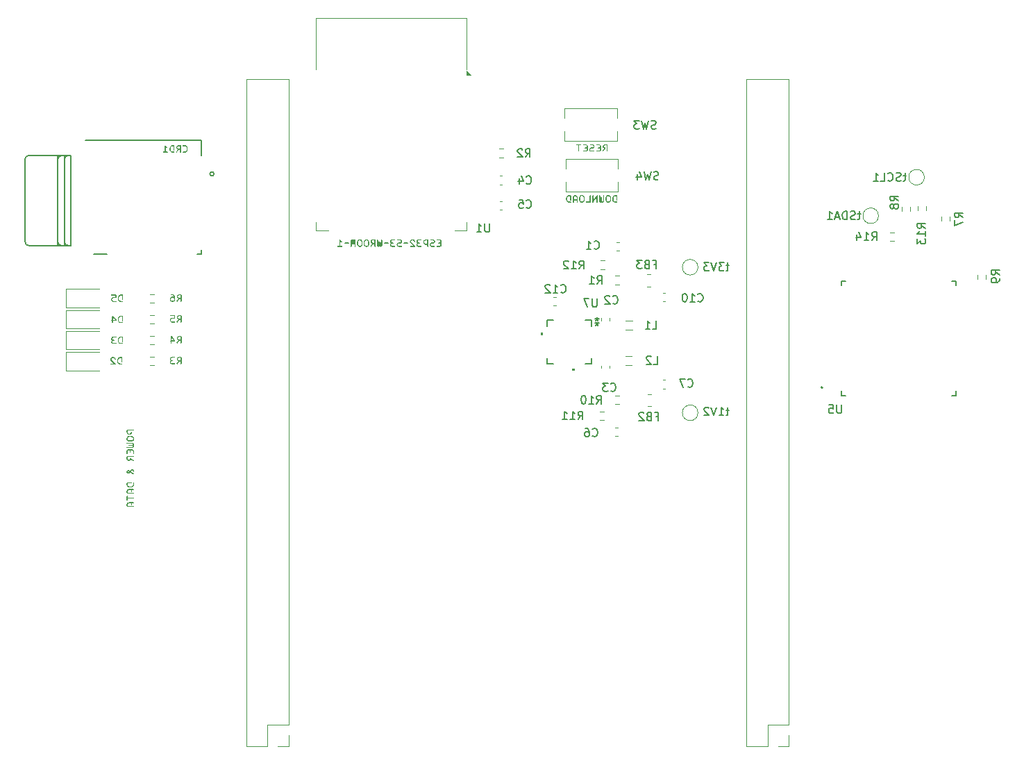
<source format=gbr>
%TF.GenerationSoftware,KiCad,Pcbnew,8.0.7*%
%TF.CreationDate,2024-12-27T23:28:05-08:00*%
%TF.ProjectId,expansionboardB,65787061-6e73-4696-9f6e-626f61726442,3*%
%TF.SameCoordinates,Original*%
%TF.FileFunction,Legend,Bot*%
%TF.FilePolarity,Positive*%
%FSLAX46Y46*%
G04 Gerber Fmt 4.6, Leading zero omitted, Abs format (unit mm)*
G04 Created by KiCad (PCBNEW 8.0.7) date 2024-12-27 23:28:05*
%MOMM*%
%LPD*%
G01*
G04 APERTURE LIST*
%ADD10C,0.250000*%
%ADD11C,0.150000*%
%ADD12C,0.125000*%
%ADD13C,0.120000*%
%ADD14C,0.152400*%
%ADD15C,0.000000*%
%ADD16C,0.127000*%
%ADD17C,0.200000*%
G04 APERTURE END LIST*
D10*
G36*
X29773370Y-84911967D02*
G01*
X29776762Y-84961243D01*
X29789292Y-85015259D01*
X29811056Y-85065535D01*
X29842053Y-85112071D01*
X29869846Y-85143021D01*
X29907332Y-85175642D01*
X29954605Y-85205169D01*
X30005687Y-85225510D01*
X30060579Y-85236665D01*
X30102121Y-85239009D01*
X30151746Y-85235634D01*
X30206126Y-85223167D01*
X30256719Y-85201513D01*
X30303525Y-85170674D01*
X30334640Y-85143021D01*
X30367427Y-85105735D01*
X30397105Y-85058740D01*
X30417549Y-85007982D01*
X30428761Y-84953460D01*
X30431116Y-84912212D01*
X30431116Y-84901465D01*
X30412798Y-84856280D01*
X30367857Y-84837962D01*
X30323161Y-84856036D01*
X30304842Y-84901221D01*
X30304842Y-84911967D01*
X30299023Y-84961274D01*
X30279177Y-85010222D01*
X30248914Y-85049911D01*
X30245247Y-85053628D01*
X30205486Y-85084798D01*
X30156294Y-85105751D01*
X30106616Y-85112677D01*
X30101388Y-85112735D01*
X30051333Y-85106963D01*
X30001947Y-85087280D01*
X29962210Y-85057265D01*
X29958506Y-85053628D01*
X29927465Y-85014397D01*
X29906599Y-84965953D01*
X29899701Y-84917104D01*
X29899644Y-84911967D01*
X29899644Y-84754431D01*
X30616008Y-84754431D01*
X30661681Y-84735868D01*
X30680000Y-84691172D01*
X30661681Y-84646475D01*
X30616252Y-84628157D01*
X29837117Y-84628157D01*
X29792665Y-84646231D01*
X29773370Y-84691416D01*
X29773370Y-84911967D01*
G37*
G36*
X30402013Y-85403380D02*
G01*
X30455538Y-85412972D01*
X30505463Y-85431517D01*
X30551789Y-85459014D01*
X30594515Y-85495464D01*
X30616382Y-85519438D01*
X30647634Y-85564220D01*
X30669957Y-85612603D01*
X30683351Y-85664585D01*
X30687815Y-85720167D01*
X30687815Y-85720900D01*
X30687815Y-85722365D01*
X30687815Y-85723831D01*
X30687815Y-85725785D01*
X30687815Y-85735554D01*
X30687815Y-85737752D01*
X30687815Y-85739218D01*
X30687815Y-85740439D01*
X30687815Y-85741172D01*
X30686357Y-85773431D01*
X30676790Y-85827038D01*
X30658294Y-85877021D01*
X30630869Y-85923382D01*
X30594515Y-85966120D01*
X30570541Y-85988044D01*
X30525758Y-86019378D01*
X30477375Y-86041759D01*
X30425393Y-86055188D01*
X30369811Y-86059665D01*
X30083558Y-86059665D01*
X30051360Y-86058203D01*
X29997860Y-86048611D01*
X29947984Y-86030066D01*
X29901730Y-86002569D01*
X29859099Y-85966120D01*
X29837175Y-85942142D01*
X29805841Y-85897334D01*
X29783459Y-85848903D01*
X29770031Y-85796849D01*
X29765554Y-85741172D01*
X29765554Y-85740439D01*
X29765554Y-85739218D01*
X29765554Y-85737752D01*
X29765554Y-85735554D01*
X29765554Y-85725785D01*
X29765554Y-85723831D01*
X29765554Y-85722365D01*
X29765554Y-85720900D01*
X29765554Y-85720167D01*
X29891828Y-85720167D01*
X29891828Y-85720900D01*
X29891828Y-85722365D01*
X29891828Y-85723831D01*
X29891828Y-85725785D01*
X29891828Y-85735554D01*
X29891828Y-85737752D01*
X29891828Y-85739218D01*
X29891828Y-85740439D01*
X29891828Y-85741172D01*
X29897314Y-85789243D01*
X29916021Y-85836446D01*
X29948004Y-85877704D01*
X29985356Y-85907070D01*
X30031622Y-85926811D01*
X30083314Y-85933391D01*
X30370055Y-85933391D01*
X30417974Y-85927953D01*
X30465009Y-85909408D01*
X30506099Y-85877704D01*
X30535336Y-85840442D01*
X30554990Y-85793780D01*
X30561542Y-85741172D01*
X30561542Y-85740439D01*
X30561542Y-85739218D01*
X30561542Y-85737752D01*
X30561542Y-85735554D01*
X30561542Y-85725785D01*
X30561542Y-85723831D01*
X30561542Y-85722365D01*
X30561542Y-85720900D01*
X30561542Y-85720167D01*
X30556127Y-85672096D01*
X30537664Y-85624893D01*
X30506099Y-85583635D01*
X30468990Y-85554398D01*
X30422495Y-85534743D01*
X30370055Y-85528192D01*
X30083314Y-85528192D01*
X30036097Y-85533606D01*
X29989337Y-85552069D01*
X29948004Y-85583635D01*
X29918380Y-85620897D01*
X29898466Y-85667559D01*
X29891828Y-85720167D01*
X29765554Y-85720167D01*
X29767016Y-85687965D01*
X29776608Y-85634440D01*
X29795153Y-85584515D01*
X29822650Y-85538189D01*
X29859099Y-85495464D01*
X29883016Y-85473539D01*
X29927717Y-85442205D01*
X29976041Y-85419824D01*
X30027988Y-85406395D01*
X30083558Y-85401919D01*
X30369811Y-85401919D01*
X30402013Y-85403380D01*
G37*
G36*
X29792665Y-86741102D02*
G01*
X29773370Y-86785799D01*
X29792665Y-86830739D01*
X29837117Y-86849057D01*
X30488757Y-86849057D01*
X30540200Y-86842535D01*
X30586391Y-86822967D01*
X30623824Y-86793859D01*
X30655807Y-86753312D01*
X30674514Y-86707570D01*
X30680000Y-86661479D01*
X30674256Y-86612287D01*
X30654890Y-86565536D01*
X30631395Y-86535205D01*
X30661013Y-86494756D01*
X30676962Y-86446683D01*
X30680000Y-86410397D01*
X30673362Y-86359794D01*
X30653448Y-86314443D01*
X30623824Y-86277773D01*
X30582409Y-86246347D01*
X30535741Y-86227965D01*
X30488757Y-86222575D01*
X29837117Y-86222575D01*
X29792665Y-86240893D01*
X29773370Y-86285589D01*
X29792665Y-86330530D01*
X29837117Y-86348848D01*
X30488757Y-86348848D01*
X30534431Y-86367411D01*
X30553726Y-86410642D01*
X30534431Y-86453872D01*
X30488757Y-86472679D01*
X30093572Y-86472679D01*
X30048143Y-86490997D01*
X30029581Y-86535694D01*
X30048143Y-86580390D01*
X30093817Y-86598953D01*
X30489979Y-86598953D01*
X30534919Y-86616782D01*
X30553726Y-86660258D01*
X30535163Y-86704221D01*
X30489979Y-86722784D01*
X29837117Y-86722784D01*
X29792665Y-86741102D01*
G37*
G36*
X29899644Y-87263049D02*
G01*
X29912689Y-87214857D01*
X29927243Y-87196615D01*
X29969705Y-87172152D01*
X29992212Y-87169504D01*
X30164159Y-87169504D01*
X30164159Y-87353663D01*
X30183210Y-87399581D01*
X30228150Y-87418387D01*
X30272358Y-87399581D01*
X30290432Y-87353663D01*
X30290432Y-87169504D01*
X30460669Y-87169504D01*
X30508526Y-87182318D01*
X30526615Y-87196615D01*
X30551078Y-87239770D01*
X30553726Y-87263049D01*
X30553726Y-87581053D01*
X30572288Y-87626482D01*
X30616985Y-87645045D01*
X30661681Y-87626482D01*
X30680000Y-87581053D01*
X30680000Y-87263538D01*
X30674899Y-87214063D01*
X30657268Y-87164213D01*
X30627043Y-87119753D01*
X30615519Y-87107466D01*
X30577103Y-87076415D01*
X30529704Y-87053832D01*
X30477345Y-87043795D01*
X30460669Y-87043230D01*
X29992700Y-87043230D01*
X29944033Y-87048312D01*
X29894717Y-87065876D01*
X29850410Y-87095987D01*
X29838094Y-87107466D01*
X29806807Y-87145782D01*
X29784052Y-87193476D01*
X29773939Y-87246561D01*
X29773370Y-87263538D01*
X29773370Y-87581053D01*
X29792421Y-87626727D01*
X29836629Y-87645045D01*
X29880837Y-87626727D01*
X29899644Y-87581053D01*
X29899644Y-87263049D01*
G37*
G36*
X30274312Y-88260048D02*
G01*
X30581081Y-88461793D01*
X30629197Y-88470586D01*
X30669009Y-88442986D01*
X30680000Y-88407815D01*
X30661135Y-88362396D01*
X30651423Y-88354570D01*
X30260879Y-88099825D01*
X30212061Y-88090758D01*
X30195422Y-88097383D01*
X30163823Y-88136126D01*
X30161716Y-88154047D01*
X30161716Y-88169434D01*
X30152130Y-88219687D01*
X30123370Y-88262002D01*
X30081055Y-88290762D01*
X30030802Y-88300348D01*
X29980366Y-88290518D01*
X29937990Y-88261025D01*
X29909230Y-88217855D01*
X29899644Y-88166503D01*
X29899644Y-87974528D01*
X30616008Y-87974528D01*
X30661681Y-87955966D01*
X30680000Y-87911270D01*
X30661681Y-87866573D01*
X30616252Y-87848255D01*
X29837117Y-87848255D01*
X29792665Y-87866817D01*
X29773370Y-87912735D01*
X29773370Y-88166503D01*
X29778118Y-88217993D01*
X29792360Y-88265727D01*
X29816097Y-88309706D01*
X29849330Y-88349930D01*
X29889141Y-88383483D01*
X29932861Y-88407449D01*
X29980488Y-88421829D01*
X30032023Y-88426622D01*
X30082727Y-88421828D01*
X30130426Y-88407445D01*
X30175120Y-88383474D01*
X30183698Y-88377529D01*
X30221723Y-88344962D01*
X30253357Y-88304785D01*
X30274312Y-88260048D01*
G37*
G36*
X30508785Y-90030321D02*
G01*
X30579371Y-90080390D01*
X30626755Y-90091625D01*
X30667299Y-90064759D01*
X30680000Y-90029344D01*
X30660699Y-89983072D01*
X30652889Y-89976831D01*
X30288722Y-89720865D01*
X30374696Y-89605582D01*
X30414615Y-89575958D01*
X30452609Y-89568946D01*
X30501947Y-89581568D01*
X30523928Y-89598255D01*
X30550205Y-89641882D01*
X30553726Y-89668597D01*
X30553726Y-89741870D01*
X30572288Y-89786322D01*
X30616985Y-89804640D01*
X30661681Y-89786322D01*
X30680000Y-89741381D01*
X30680000Y-89663956D01*
X30680000Y-89662491D01*
X30680000Y-89659804D01*
X30674744Y-89610998D01*
X30656579Y-89561844D01*
X30625438Y-89518033D01*
X30613565Y-89505931D01*
X30574069Y-89475352D01*
X30525516Y-89453112D01*
X30472050Y-89443228D01*
X30455052Y-89442672D01*
X30402677Y-89448046D01*
X30354973Y-89464166D01*
X30311941Y-89491032D01*
X30273579Y-89528646D01*
X30280174Y-89531821D01*
X30276266Y-89525226D01*
X30185163Y-89648813D01*
X30100167Y-89590195D01*
X30097969Y-89591905D01*
X30095038Y-89591660D01*
X30050992Y-89566833D01*
X30002996Y-89554662D01*
X29979511Y-89553314D01*
X29926884Y-89559444D01*
X29879219Y-89577834D01*
X29836514Y-89608484D01*
X29828569Y-89616085D01*
X29795339Y-89658069D01*
X29774416Y-89705252D01*
X29765800Y-89757636D01*
X29765554Y-89768736D01*
X29765554Y-89769958D01*
X29765554Y-89771912D01*
X29765554Y-89774598D01*
X29765554Y-89776796D01*
X29771708Y-89829552D01*
X29790169Y-89877299D01*
X29820938Y-89920036D01*
X29828569Y-89927983D01*
X29870281Y-89961213D01*
X29916954Y-89982136D01*
X29968589Y-89990751D01*
X29979511Y-89990997D01*
X30028236Y-89985658D01*
X30077243Y-89967655D01*
X30111158Y-89945812D01*
X30135852Y-89901855D01*
X30136071Y-89896231D01*
X30121905Y-89856420D01*
X30079651Y-89832484D01*
X30032756Y-89845429D01*
X29986541Y-89864422D01*
X29979023Y-89864724D01*
X29930937Y-89849886D01*
X29917473Y-89838346D01*
X29893856Y-89795380D01*
X29891828Y-89775819D01*
X29891828Y-89772889D01*
X29891828Y-89770690D01*
X29891828Y-89768492D01*
X29891828Y-89767271D01*
X29905076Y-89719483D01*
X29917473Y-89704012D01*
X29961620Y-89679969D01*
X29979023Y-89678367D01*
X30026761Y-89692017D01*
X30032512Y-89696196D01*
X30033733Y-89697662D01*
X30404982Y-89958269D01*
X30380314Y-89990997D01*
X30368590Y-90038136D01*
X30393503Y-90079658D01*
X30440642Y-90090893D01*
X30482651Y-90066224D01*
X30508785Y-90030321D01*
G37*
G36*
X29773370Y-91296720D02*
G01*
X29777371Y-91354522D01*
X29789376Y-91409045D01*
X29809383Y-91460287D01*
X29837392Y-91508249D01*
X29873405Y-91552931D01*
X29887187Y-91567096D01*
X29931357Y-91605196D01*
X29978687Y-91635412D01*
X30029176Y-91657746D01*
X30082826Y-91672197D01*
X30139635Y-91678766D01*
X30159274Y-91679204D01*
X30294096Y-91679204D01*
X30342944Y-91676467D01*
X30398540Y-91665957D01*
X30450839Y-91647564D01*
X30499840Y-91621289D01*
X30545544Y-91587131D01*
X30567159Y-91567096D01*
X30605507Y-91523508D01*
X30635921Y-91476639D01*
X30658401Y-91426490D01*
X30672947Y-91373061D01*
X30679559Y-91316352D01*
X30680000Y-91296720D01*
X30680000Y-91131612D01*
X30661681Y-91086671D01*
X30616985Y-91068353D01*
X30572288Y-91086671D01*
X30553726Y-91131367D01*
X30553726Y-91296231D01*
X30548963Y-91347415D01*
X30534675Y-91394722D01*
X30510861Y-91438152D01*
X30477522Y-91477704D01*
X30437344Y-91510615D01*
X30393258Y-91534124D01*
X30345265Y-91548229D01*
X30293363Y-91552930D01*
X30158541Y-91552930D01*
X30107296Y-91548244D01*
X30059806Y-91534185D01*
X30016071Y-91510753D01*
X29976092Y-91477948D01*
X29942646Y-91438533D01*
X29918756Y-91395272D01*
X29904422Y-91348163D01*
X29899644Y-91297208D01*
X29899644Y-91194626D01*
X30404249Y-91194626D01*
X30449923Y-91176064D01*
X30468241Y-91131367D01*
X30449923Y-91086671D01*
X30404494Y-91068353D01*
X29837117Y-91068353D01*
X29792665Y-91086427D01*
X29773370Y-91131612D01*
X29773370Y-91296720D01*
G37*
G36*
X29852505Y-91960327D02*
G01*
X29818625Y-92000086D01*
X29793066Y-92043281D01*
X29775829Y-92089912D01*
X29766913Y-92139980D01*
X29765554Y-92170132D01*
X29769715Y-92222258D01*
X29782197Y-92270924D01*
X29803001Y-92316131D01*
X29832126Y-92357879D01*
X29852505Y-92380181D01*
X29892180Y-92414156D01*
X29935338Y-92439787D01*
X29981979Y-92457072D01*
X30032103Y-92466013D01*
X30062309Y-92467376D01*
X30616496Y-92467376D01*
X30661681Y-92448813D01*
X30680000Y-92404117D01*
X30661681Y-92359420D01*
X30616252Y-92341102D01*
X30061332Y-92341102D01*
X30011232Y-92334027D01*
X29967177Y-92312800D01*
X29941165Y-92290788D01*
X29911100Y-92250385D01*
X29894911Y-92204280D01*
X29891828Y-92170376D01*
X29898697Y-92120436D01*
X29919305Y-92076129D01*
X29940676Y-92049720D01*
X29980301Y-92019209D01*
X30029972Y-92002046D01*
X30059623Y-91999651D01*
X30304842Y-91999651D01*
X30304842Y-92192114D01*
X30323161Y-92237543D01*
X30367857Y-92255861D01*
X30412798Y-92237543D01*
X30431116Y-92192114D01*
X30431116Y-91999651D01*
X30615275Y-91999651D01*
X30661437Y-91981332D01*
X30680000Y-91936392D01*
X30661681Y-91891695D01*
X30616496Y-91873377D01*
X30062309Y-91873377D01*
X30010195Y-91877538D01*
X29961564Y-91890020D01*
X29916416Y-91910823D01*
X29874750Y-91939948D01*
X29852505Y-91960327D01*
G37*
G36*
X29773370Y-93239427D02*
G01*
X29792421Y-93285345D01*
X29836629Y-93303663D01*
X29880837Y-93284612D01*
X29899644Y-93237962D01*
X29899644Y-93039148D01*
X30616008Y-93039148D01*
X30661681Y-93020586D01*
X30680000Y-92975889D01*
X30661681Y-92931193D01*
X30616008Y-92912875D01*
X29899644Y-92912875D01*
X29899644Y-92725296D01*
X29880837Y-92680600D01*
X29836629Y-92662770D01*
X29792421Y-92681088D01*
X29773370Y-92726762D01*
X29773370Y-93239427D01*
G37*
G36*
X29852505Y-93570376D02*
G01*
X29818625Y-93610135D01*
X29793066Y-93653330D01*
X29775829Y-93699961D01*
X29766913Y-93750028D01*
X29765554Y-93780181D01*
X29769715Y-93832307D01*
X29782197Y-93880973D01*
X29803001Y-93926180D01*
X29832126Y-93967927D01*
X29852505Y-93990230D01*
X29892180Y-94024205D01*
X29935338Y-94049836D01*
X29981979Y-94067121D01*
X30032103Y-94076062D01*
X30062309Y-94077424D01*
X30616496Y-94077424D01*
X30661681Y-94058862D01*
X30680000Y-94014166D01*
X30661681Y-93969469D01*
X30616252Y-93951151D01*
X30061332Y-93951151D01*
X30011232Y-93944076D01*
X29967177Y-93922849D01*
X29941165Y-93900837D01*
X29911100Y-93860434D01*
X29894911Y-93814329D01*
X29891828Y-93780425D01*
X29898697Y-93730485D01*
X29919305Y-93686178D01*
X29940676Y-93659769D01*
X29980301Y-93629258D01*
X30029972Y-93612095D01*
X30059623Y-93609699D01*
X30304842Y-93609699D01*
X30304842Y-93802163D01*
X30323161Y-93847592D01*
X30367857Y-93865910D01*
X30412798Y-93847592D01*
X30431116Y-93802163D01*
X30431116Y-93609699D01*
X30615275Y-93609699D01*
X30661437Y-93591381D01*
X30680000Y-93546441D01*
X30661681Y-93501744D01*
X30616496Y-93483426D01*
X30062309Y-93483426D01*
X30010195Y-93487587D01*
X29961564Y-93500069D01*
X29916416Y-93520872D01*
X29874750Y-93549997D01*
X29852505Y-93570376D01*
G37*
G36*
X88010048Y-50324312D02*
G01*
X87808304Y-50631081D01*
X87799511Y-50679197D01*
X87827110Y-50719009D01*
X87862281Y-50730000D01*
X87907701Y-50711135D01*
X87915526Y-50701423D01*
X88170272Y-50310879D01*
X88179339Y-50262061D01*
X88172714Y-50245422D01*
X88133971Y-50213823D01*
X88116050Y-50211716D01*
X88100662Y-50211716D01*
X88050409Y-50202130D01*
X88008094Y-50173370D01*
X87979335Y-50131055D01*
X87969748Y-50080802D01*
X87979579Y-50030366D01*
X88009071Y-49987990D01*
X88052241Y-49959230D01*
X88103593Y-49949644D01*
X88295568Y-49949644D01*
X88295568Y-50666008D01*
X88314131Y-50711681D01*
X88358827Y-50730000D01*
X88403524Y-50711681D01*
X88421842Y-50666252D01*
X88421842Y-49887117D01*
X88403279Y-49842665D01*
X88357362Y-49823370D01*
X88103593Y-49823370D01*
X88052104Y-49828118D01*
X88004370Y-49842360D01*
X87960391Y-49866097D01*
X87920167Y-49899330D01*
X87886614Y-49939141D01*
X87862648Y-49982861D01*
X87848268Y-50030488D01*
X87843475Y-50082023D01*
X87848269Y-50132727D01*
X87862652Y-50180426D01*
X87886623Y-50225120D01*
X87892568Y-50233698D01*
X87925135Y-50271723D01*
X87965312Y-50303357D01*
X88010048Y-50324312D01*
G37*
G36*
X87396999Y-49949644D02*
G01*
X87445191Y-49962689D01*
X87463433Y-49977243D01*
X87487896Y-50019705D01*
X87490544Y-50042212D01*
X87490544Y-50214159D01*
X87306385Y-50214159D01*
X87260467Y-50233210D01*
X87241660Y-50278150D01*
X87260467Y-50322358D01*
X87306385Y-50340432D01*
X87490544Y-50340432D01*
X87490544Y-50510669D01*
X87477730Y-50558526D01*
X87463433Y-50576615D01*
X87420278Y-50601078D01*
X87396999Y-50603726D01*
X87078995Y-50603726D01*
X87033565Y-50622288D01*
X87015003Y-50666985D01*
X87033565Y-50711681D01*
X87078995Y-50730000D01*
X87396510Y-50730000D01*
X87445985Y-50724899D01*
X87495835Y-50707268D01*
X87540295Y-50677043D01*
X87552581Y-50665519D01*
X87583633Y-50627103D01*
X87606216Y-50579704D01*
X87616253Y-50527345D01*
X87616817Y-50510669D01*
X87616817Y-50042700D01*
X87611736Y-49994033D01*
X87594172Y-49944717D01*
X87564061Y-49900410D01*
X87552581Y-49888094D01*
X87514266Y-49856807D01*
X87466572Y-49834052D01*
X87413487Y-49823939D01*
X87396510Y-49823370D01*
X87078995Y-49823370D01*
X87033321Y-49842421D01*
X87015003Y-49886629D01*
X87033321Y-49930837D01*
X87078995Y-49949644D01*
X87396999Y-49949644D01*
G37*
G36*
X86445917Y-50214159D02*
G01*
X86394351Y-50218891D01*
X86346632Y-50233087D01*
X86302760Y-50256748D01*
X86262735Y-50289874D01*
X86229396Y-50329655D01*
X86205582Y-50373283D01*
X86191294Y-50420758D01*
X86186531Y-50472079D01*
X86191294Y-50523401D01*
X86205582Y-50570875D01*
X86229396Y-50614503D01*
X86262735Y-50654284D01*
X86302669Y-50687410D01*
X86346510Y-50711071D01*
X86394260Y-50725267D01*
X86445917Y-50730000D01*
X86447383Y-50730000D01*
X86763433Y-50730000D01*
X86809106Y-50711926D01*
X86827424Y-50667718D01*
X86808862Y-50622777D01*
X86763433Y-50603726D01*
X86446894Y-50603726D01*
X86445429Y-50603726D01*
X86394809Y-50594139D01*
X86351884Y-50565380D01*
X86322575Y-50522821D01*
X86312805Y-50472323D01*
X86322575Y-50421643D01*
X86351884Y-50379023D01*
X86394809Y-50350080D01*
X86445429Y-50340432D01*
X86446894Y-50340432D01*
X86568039Y-50340432D01*
X86619604Y-50335700D01*
X86667323Y-50321503D01*
X86711195Y-50297842D01*
X86751221Y-50264717D01*
X86784560Y-50224814D01*
X86808374Y-50181064D01*
X86822662Y-50133467D01*
X86827424Y-50082023D01*
X86822677Y-50030488D01*
X86808435Y-49982861D01*
X86784697Y-49939141D01*
X86751465Y-49899330D01*
X86711424Y-49866097D01*
X86667506Y-49842360D01*
X86619711Y-49828118D01*
X86568039Y-49823370D01*
X86309385Y-49823370D01*
X86263956Y-49842421D01*
X86245394Y-49887362D01*
X86263956Y-49931570D01*
X86309385Y-49949644D01*
X86568283Y-49949644D01*
X86618963Y-49959352D01*
X86662072Y-49988478D01*
X86691381Y-50031160D01*
X86701151Y-50082023D01*
X86691381Y-50132765D01*
X86662072Y-50175568D01*
X86619146Y-50204511D01*
X86568527Y-50214159D01*
X86447383Y-50214159D01*
X86445917Y-50214159D01*
G37*
G36*
X85786950Y-49949644D02*
G01*
X85835142Y-49962689D01*
X85853384Y-49977243D01*
X85877847Y-50019705D01*
X85880495Y-50042212D01*
X85880495Y-50214159D01*
X85696336Y-50214159D01*
X85650418Y-50233210D01*
X85631612Y-50278150D01*
X85650418Y-50322358D01*
X85696336Y-50340432D01*
X85880495Y-50340432D01*
X85880495Y-50510669D01*
X85867681Y-50558526D01*
X85853384Y-50576615D01*
X85810229Y-50601078D01*
X85786950Y-50603726D01*
X85468946Y-50603726D01*
X85423517Y-50622288D01*
X85404954Y-50666985D01*
X85423517Y-50711681D01*
X85468946Y-50730000D01*
X85786461Y-50730000D01*
X85835936Y-50724899D01*
X85885786Y-50707268D01*
X85930246Y-50677043D01*
X85942533Y-50665519D01*
X85973584Y-50627103D01*
X85996167Y-50579704D01*
X86006204Y-50527345D01*
X86006769Y-50510669D01*
X86006769Y-50042700D01*
X86001687Y-49994033D01*
X85984123Y-49944717D01*
X85954012Y-49900410D01*
X85942533Y-49888094D01*
X85904217Y-49856807D01*
X85856523Y-49834052D01*
X85803438Y-49823939D01*
X85786461Y-49823370D01*
X85468946Y-49823370D01*
X85423272Y-49842421D01*
X85404954Y-49886629D01*
X85423272Y-49930837D01*
X85468946Y-49949644D01*
X85786950Y-49949644D01*
G37*
G36*
X84640718Y-49823370D02*
G01*
X84594801Y-49842421D01*
X84576482Y-49886629D01*
X84595533Y-49930837D01*
X84642184Y-49949644D01*
X84840997Y-49949644D01*
X84840997Y-50666008D01*
X84859560Y-50711681D01*
X84904256Y-50730000D01*
X84948953Y-50711681D01*
X84967271Y-50666008D01*
X84967271Y-49949644D01*
X85154849Y-49949644D01*
X85199546Y-49930837D01*
X85217376Y-49886629D01*
X85199057Y-49842421D01*
X85153384Y-49823370D01*
X84640718Y-49823370D01*
G37*
G36*
X67952023Y-61549644D02*
G01*
X68000215Y-61562689D01*
X68018457Y-61577243D01*
X68042921Y-61619705D01*
X68045568Y-61642212D01*
X68045568Y-61814159D01*
X67861409Y-61814159D01*
X67815491Y-61833210D01*
X67796685Y-61878150D01*
X67815491Y-61922358D01*
X67861409Y-61940432D01*
X68045568Y-61940432D01*
X68045568Y-62110669D01*
X68032754Y-62158526D01*
X68018457Y-62176615D01*
X67975303Y-62201078D01*
X67952023Y-62203726D01*
X67634019Y-62203726D01*
X67588590Y-62222288D01*
X67570027Y-62266985D01*
X67588590Y-62311681D01*
X67634019Y-62330000D01*
X67951535Y-62330000D01*
X68001009Y-62324899D01*
X68050859Y-62307268D01*
X68095319Y-62277043D01*
X68107606Y-62265519D01*
X68138657Y-62227103D01*
X68161240Y-62179704D01*
X68171277Y-62127345D01*
X68171842Y-62110669D01*
X68171842Y-61642700D01*
X68166761Y-61594033D01*
X68149196Y-61544717D01*
X68119086Y-61500410D01*
X68107606Y-61488094D01*
X68069290Y-61456807D01*
X68021596Y-61434052D01*
X67968511Y-61423939D01*
X67951535Y-61423370D01*
X67634019Y-61423370D01*
X67588346Y-61442421D01*
X67570027Y-61486629D01*
X67588346Y-61530837D01*
X67634019Y-61549644D01*
X67952023Y-61549644D01*
G37*
G36*
X67000942Y-61814159D02*
G01*
X66949376Y-61818891D01*
X66901657Y-61833087D01*
X66857785Y-61856748D01*
X66817759Y-61889874D01*
X66784420Y-61929655D01*
X66760607Y-61973283D01*
X66746318Y-62020758D01*
X66741556Y-62072079D01*
X66746318Y-62123401D01*
X66760607Y-62170875D01*
X66784420Y-62214503D01*
X66817759Y-62254284D01*
X66857693Y-62287410D01*
X66901535Y-62311071D01*
X66949284Y-62325267D01*
X67000942Y-62330000D01*
X67002407Y-62330000D01*
X67318457Y-62330000D01*
X67364131Y-62311926D01*
X67382449Y-62267718D01*
X67363886Y-62222777D01*
X67318457Y-62203726D01*
X67001919Y-62203726D01*
X67000453Y-62203726D01*
X66949834Y-62194139D01*
X66906908Y-62165380D01*
X66877599Y-62122821D01*
X66867829Y-62072323D01*
X66877599Y-62021643D01*
X66906908Y-61979023D01*
X66949834Y-61950080D01*
X67000453Y-61940432D01*
X67001919Y-61940432D01*
X67123063Y-61940432D01*
X67174629Y-61935700D01*
X67222348Y-61921503D01*
X67266220Y-61897842D01*
X67306245Y-61864717D01*
X67339584Y-61824814D01*
X67363398Y-61781064D01*
X67377686Y-61733467D01*
X67382449Y-61682023D01*
X67377701Y-61630488D01*
X67363459Y-61582861D01*
X67339722Y-61539141D01*
X67306489Y-61499330D01*
X67266449Y-61466097D01*
X67222531Y-61442360D01*
X67174736Y-61428118D01*
X67123063Y-61423370D01*
X66864410Y-61423370D01*
X66818981Y-61442421D01*
X66800418Y-61487362D01*
X66818981Y-61531570D01*
X66864410Y-61549644D01*
X67123307Y-61549644D01*
X67173988Y-61559352D01*
X67217096Y-61588478D01*
X67246406Y-61631160D01*
X67256175Y-61682023D01*
X67246406Y-61732765D01*
X67217096Y-61775568D01*
X67174171Y-61804511D01*
X67123551Y-61814159D01*
X67002407Y-61814159D01*
X67000942Y-61814159D01*
G37*
G36*
X66277983Y-61423370D02*
G01*
X66228707Y-61426762D01*
X66174691Y-61439292D01*
X66124415Y-61461056D01*
X66077879Y-61492053D01*
X66046929Y-61519846D01*
X66014308Y-61557332D01*
X65984781Y-61604605D01*
X65964440Y-61655687D01*
X65953285Y-61710579D01*
X65950942Y-61752121D01*
X65954316Y-61801746D01*
X65966783Y-61856126D01*
X65988437Y-61906719D01*
X66019276Y-61953525D01*
X66046929Y-61984640D01*
X66084215Y-62017427D01*
X66131210Y-62047105D01*
X66181969Y-62067549D01*
X66236490Y-62078761D01*
X66277739Y-62081116D01*
X66288485Y-62081116D01*
X66333670Y-62062798D01*
X66351988Y-62017857D01*
X66333914Y-61973161D01*
X66288729Y-61954842D01*
X66277983Y-61954842D01*
X66228676Y-61949023D01*
X66179728Y-61929177D01*
X66140039Y-61898914D01*
X66136322Y-61895247D01*
X66105152Y-61855486D01*
X66084199Y-61806294D01*
X66077273Y-61756616D01*
X66077215Y-61751388D01*
X66082987Y-61701333D01*
X66102670Y-61651947D01*
X66132685Y-61612210D01*
X66136322Y-61608506D01*
X66175553Y-61577465D01*
X66223997Y-61556599D01*
X66272846Y-61549701D01*
X66277983Y-61549644D01*
X66435519Y-61549644D01*
X66435519Y-62266008D01*
X66454082Y-62311681D01*
X66498778Y-62330000D01*
X66543475Y-62311681D01*
X66561793Y-62266252D01*
X66561793Y-61487117D01*
X66543719Y-61442665D01*
X66498534Y-61423370D01*
X66277983Y-61423370D01*
G37*
G36*
X65220900Y-61876685D02*
G01*
X65185592Y-61910638D01*
X65155859Y-61955396D01*
X65137453Y-62006504D01*
X65130640Y-62056432D01*
X65130286Y-62071591D01*
X65135033Y-62123034D01*
X65149275Y-62170631D01*
X65173013Y-62214381D01*
X65206245Y-62254284D01*
X65246041Y-62287410D01*
X65289715Y-62311071D01*
X65337266Y-62325267D01*
X65388695Y-62330000D01*
X65716468Y-62330000D01*
X65761898Y-62311926D01*
X65780216Y-62267718D01*
X65761898Y-62222777D01*
X65716468Y-62203726D01*
X65388695Y-62203726D01*
X65338319Y-62194139D01*
X65295638Y-62165380D01*
X65266329Y-62122821D01*
X65256559Y-62072323D01*
X65266329Y-62021643D01*
X65295638Y-61979023D01*
X65338319Y-61950080D01*
X65388695Y-61940432D01*
X65470027Y-61940432D01*
X65515457Y-61922358D01*
X65533775Y-61878150D01*
X65515457Y-61833210D01*
X65470027Y-61814159D01*
X65388695Y-61814159D01*
X65338319Y-61804511D01*
X65295638Y-61775568D01*
X65266329Y-61732765D01*
X65256559Y-61682023D01*
X65266329Y-61631160D01*
X65295638Y-61588478D01*
X65338319Y-61559352D01*
X65388695Y-61549644D01*
X65716468Y-61549644D01*
X65761898Y-61530837D01*
X65780216Y-61486629D01*
X65761898Y-61442421D01*
X65716468Y-61423370D01*
X65388695Y-61423370D01*
X65337266Y-61428118D01*
X65289715Y-61442360D01*
X65246041Y-61466097D01*
X65206245Y-61499330D01*
X65173013Y-61539141D01*
X65149275Y-61582861D01*
X65135033Y-61630488D01*
X65130286Y-61682023D01*
X65134622Y-61733246D01*
X65150196Y-61785861D01*
X65177097Y-61832156D01*
X65215325Y-61872132D01*
X65220900Y-61876685D01*
G37*
G36*
X64326482Y-61757006D02*
G01*
X64345533Y-61801458D01*
X64749755Y-62203726D01*
X64390718Y-62203726D01*
X64345045Y-62222288D01*
X64326482Y-62266985D01*
X64345045Y-62311681D01*
X64390474Y-62330000D01*
X64901430Y-62330000D01*
X64947943Y-62311529D01*
X64960537Y-62290921D01*
X64960547Y-62241343D01*
X64946127Y-62221556D01*
X64452756Y-61729406D01*
X64452756Y-61703272D01*
X64460737Y-61652281D01*
X64484681Y-61607658D01*
X64501116Y-61589211D01*
X64543512Y-61558532D01*
X64592117Y-61543494D01*
X64616643Y-61541828D01*
X64663293Y-61541828D01*
X64715821Y-61549075D01*
X64762028Y-61570816D01*
X64789323Y-61593363D01*
X64820876Y-61634900D01*
X64837866Y-61682206D01*
X64841102Y-61716950D01*
X64859420Y-61761891D01*
X64904361Y-61780942D01*
X64949057Y-61761891D01*
X64967376Y-61717194D01*
X64963133Y-61664511D01*
X64950406Y-61615240D01*
X64929193Y-61569382D01*
X64899495Y-61526937D01*
X64878715Y-61504214D01*
X64838103Y-61469668D01*
X64793845Y-61443607D01*
X64745940Y-61426031D01*
X64694388Y-61416940D01*
X64663293Y-61415554D01*
X64616643Y-61415554D01*
X64565931Y-61419610D01*
X64518515Y-61431776D01*
X64468362Y-61455613D01*
X64428008Y-61485160D01*
X64411723Y-61500307D01*
X64378509Y-61538927D01*
X64350540Y-61587100D01*
X64333225Y-61639578D01*
X64326815Y-61689027D01*
X64326482Y-61703761D01*
X64326482Y-61757006D01*
G37*
G36*
X63617201Y-61812937D02*
G01*
X63571528Y-61831988D01*
X63552721Y-61876929D01*
X63571528Y-61921137D01*
X63617201Y-61939211D01*
X64066608Y-61939211D01*
X64112526Y-61921137D01*
X64131088Y-61876929D01*
X64112526Y-61831988D01*
X64066608Y-61812937D01*
X63617201Y-61812937D01*
G37*
G36*
X62975819Y-61814159D02*
G01*
X62924254Y-61818891D01*
X62876535Y-61833087D01*
X62832663Y-61856748D01*
X62792637Y-61889874D01*
X62759298Y-61929655D01*
X62735484Y-61973283D01*
X62721196Y-62020758D01*
X62716434Y-62072079D01*
X62721196Y-62123401D01*
X62735484Y-62170875D01*
X62759298Y-62214503D01*
X62792637Y-62254284D01*
X62832571Y-62287410D01*
X62876413Y-62311071D01*
X62924162Y-62325267D01*
X62975819Y-62330000D01*
X62977285Y-62330000D01*
X63293335Y-62330000D01*
X63339009Y-62311926D01*
X63357327Y-62267718D01*
X63338764Y-62222777D01*
X63293335Y-62203726D01*
X62976796Y-62203726D01*
X62975331Y-62203726D01*
X62924712Y-62194139D01*
X62881786Y-62165380D01*
X62852477Y-62122821D01*
X62842707Y-62072323D01*
X62852477Y-62021643D01*
X62881786Y-61979023D01*
X62924712Y-61950080D01*
X62975331Y-61940432D01*
X62976796Y-61940432D01*
X63097941Y-61940432D01*
X63149507Y-61935700D01*
X63197226Y-61921503D01*
X63241098Y-61897842D01*
X63281123Y-61864717D01*
X63314462Y-61824814D01*
X63338276Y-61781064D01*
X63352564Y-61733467D01*
X63357327Y-61682023D01*
X63352579Y-61630488D01*
X63338337Y-61582861D01*
X63314600Y-61539141D01*
X63281367Y-61499330D01*
X63241327Y-61466097D01*
X63197409Y-61442360D01*
X63149614Y-61428118D01*
X63097941Y-61423370D01*
X62839288Y-61423370D01*
X62793859Y-61442421D01*
X62775296Y-61487362D01*
X62793859Y-61531570D01*
X62839288Y-61549644D01*
X63098185Y-61549644D01*
X63148866Y-61559352D01*
X63191974Y-61588478D01*
X63221284Y-61631160D01*
X63231053Y-61682023D01*
X63221284Y-61732765D01*
X63191974Y-61775568D01*
X63149049Y-61804511D01*
X63098429Y-61814159D01*
X62977285Y-61814159D01*
X62975819Y-61814159D01*
G37*
G36*
X62000802Y-61876685D02*
G01*
X61965494Y-61910638D01*
X61935762Y-61955396D01*
X61917356Y-62006504D01*
X61910542Y-62056432D01*
X61910188Y-62071591D01*
X61914935Y-62123034D01*
X61929178Y-62170631D01*
X61952915Y-62214381D01*
X61986147Y-62254284D01*
X62025944Y-62287410D01*
X62069617Y-62311071D01*
X62117168Y-62325267D01*
X62168597Y-62330000D01*
X62496371Y-62330000D01*
X62541800Y-62311926D01*
X62560118Y-62267718D01*
X62541800Y-62222777D01*
X62496371Y-62203726D01*
X62168597Y-62203726D01*
X62118222Y-62194139D01*
X62075540Y-62165380D01*
X62046231Y-62122821D01*
X62036461Y-62072323D01*
X62046231Y-62021643D01*
X62075540Y-61979023D01*
X62118222Y-61950080D01*
X62168597Y-61940432D01*
X62249930Y-61940432D01*
X62295359Y-61922358D01*
X62313677Y-61878150D01*
X62295359Y-61833210D01*
X62249930Y-61814159D01*
X62168597Y-61814159D01*
X62118222Y-61804511D01*
X62075540Y-61775568D01*
X62046231Y-61732765D01*
X62036461Y-61682023D01*
X62046231Y-61631160D01*
X62075540Y-61588478D01*
X62118222Y-61559352D01*
X62168597Y-61549644D01*
X62496371Y-61549644D01*
X62541800Y-61530837D01*
X62560118Y-61486629D01*
X62541800Y-61442421D01*
X62496371Y-61423370D01*
X62168597Y-61423370D01*
X62117168Y-61428118D01*
X62069617Y-61442360D01*
X62025944Y-61466097D01*
X61986147Y-61499330D01*
X61952915Y-61539141D01*
X61929178Y-61582861D01*
X61914935Y-61630488D01*
X61910188Y-61682023D01*
X61914524Y-61733246D01*
X61930098Y-61785861D01*
X61956999Y-61832156D01*
X61995227Y-61872132D01*
X62000802Y-61876685D01*
G37*
G36*
X61202128Y-61812937D02*
G01*
X61156454Y-61831988D01*
X61137648Y-61876929D01*
X61156454Y-61921137D01*
X61202128Y-61939211D01*
X61651535Y-61939211D01*
X61697452Y-61921137D01*
X61716015Y-61876929D01*
X61697452Y-61831988D01*
X61651535Y-61812937D01*
X61202128Y-61812937D01*
G37*
G36*
X60423726Y-61442665D02*
G01*
X60379030Y-61423370D01*
X60334089Y-61442665D01*
X60315771Y-61487117D01*
X60315771Y-62138757D01*
X60322293Y-62190200D01*
X60341861Y-62236391D01*
X60370969Y-62273824D01*
X60411516Y-62305807D01*
X60457258Y-62324514D01*
X60503349Y-62330000D01*
X60552541Y-62324256D01*
X60599292Y-62304890D01*
X60629623Y-62281395D01*
X60670072Y-62311013D01*
X60718145Y-62326962D01*
X60754431Y-62330000D01*
X60805034Y-62323362D01*
X60850385Y-62303448D01*
X60887055Y-62273824D01*
X60918481Y-62232409D01*
X60936863Y-62185741D01*
X60942254Y-62138757D01*
X60942254Y-61487117D01*
X60923935Y-61442665D01*
X60879239Y-61423370D01*
X60834298Y-61442665D01*
X60815980Y-61487117D01*
X60815980Y-62138757D01*
X60797418Y-62184431D01*
X60754187Y-62203726D01*
X60710956Y-62184431D01*
X60692149Y-62138757D01*
X60692149Y-61743572D01*
X60673831Y-61698143D01*
X60629134Y-61679581D01*
X60584438Y-61698143D01*
X60565875Y-61743817D01*
X60565875Y-62139979D01*
X60548046Y-62184919D01*
X60504570Y-62203726D01*
X60460607Y-62185163D01*
X60442044Y-62139979D01*
X60442044Y-61487117D01*
X60423726Y-61442665D01*
G37*
G36*
X59709804Y-61924312D02*
G01*
X59508060Y-62231081D01*
X59499267Y-62279197D01*
X59526866Y-62319009D01*
X59562037Y-62330000D01*
X59607457Y-62311135D01*
X59615282Y-62301423D01*
X59870027Y-61910879D01*
X59879095Y-61862061D01*
X59872470Y-61845422D01*
X59833727Y-61813823D01*
X59815806Y-61811716D01*
X59800418Y-61811716D01*
X59750165Y-61802130D01*
X59707850Y-61773370D01*
X59679091Y-61731055D01*
X59669504Y-61680802D01*
X59679335Y-61630366D01*
X59708827Y-61587990D01*
X59751997Y-61559230D01*
X59803349Y-61549644D01*
X59995324Y-61549644D01*
X59995324Y-62266008D01*
X60013886Y-62311681D01*
X60058583Y-62330000D01*
X60103279Y-62311681D01*
X60121598Y-62266252D01*
X60121598Y-61487117D01*
X60103035Y-61442665D01*
X60057117Y-61423370D01*
X59803349Y-61423370D01*
X59751860Y-61428118D01*
X59704125Y-61442360D01*
X59660146Y-61466097D01*
X59619923Y-61499330D01*
X59586370Y-61539141D01*
X59562404Y-61582861D01*
X59548024Y-61630488D01*
X59543230Y-61682023D01*
X59548025Y-61732727D01*
X59562407Y-61780426D01*
X59586378Y-61825120D01*
X59592323Y-61833698D01*
X59624891Y-61871723D01*
X59665067Y-61903357D01*
X59709804Y-61924312D01*
G37*
G36*
X59061790Y-61417016D02*
G01*
X59115315Y-61426608D01*
X59165240Y-61445153D01*
X59211565Y-61472650D01*
X59254291Y-61509099D01*
X59276216Y-61533016D01*
X59307550Y-61577717D01*
X59329931Y-61626041D01*
X59343360Y-61677988D01*
X59347836Y-61733558D01*
X59347836Y-62019811D01*
X59346375Y-62052013D01*
X59336783Y-62105538D01*
X59318238Y-62155463D01*
X59290741Y-62201789D01*
X59254291Y-62244515D01*
X59230317Y-62266382D01*
X59185534Y-62297634D01*
X59137152Y-62319957D01*
X59085170Y-62333351D01*
X59029588Y-62337815D01*
X59028855Y-62337815D01*
X59027390Y-62337815D01*
X59025924Y-62337815D01*
X59023970Y-62337815D01*
X59014200Y-62337815D01*
X59012002Y-62337815D01*
X59010537Y-62337815D01*
X59009316Y-62337815D01*
X59008583Y-62337815D01*
X58976324Y-62336357D01*
X58922717Y-62326790D01*
X58872733Y-62308294D01*
X58826373Y-62280869D01*
X58783635Y-62244515D01*
X58761711Y-62220541D01*
X58730377Y-62175758D01*
X58707995Y-62127375D01*
X58694566Y-62075393D01*
X58690090Y-62019811D01*
X58690090Y-61733558D01*
X58690101Y-61733314D01*
X58816364Y-61733314D01*
X58816364Y-62020055D01*
X58821802Y-62067974D01*
X58840346Y-62115009D01*
X58872051Y-62156099D01*
X58909312Y-62185336D01*
X58955975Y-62204990D01*
X59008583Y-62211542D01*
X59009316Y-62211542D01*
X59010537Y-62211542D01*
X59012002Y-62211542D01*
X59014200Y-62211542D01*
X59023970Y-62211542D01*
X59025924Y-62211542D01*
X59027390Y-62211542D01*
X59028855Y-62211542D01*
X59029588Y-62211542D01*
X59077659Y-62206127D01*
X59124862Y-62187664D01*
X59166120Y-62156099D01*
X59195357Y-62118990D01*
X59215011Y-62072495D01*
X59221563Y-62020055D01*
X59221563Y-61733314D01*
X59216148Y-61686097D01*
X59197685Y-61639337D01*
X59166120Y-61598004D01*
X59128858Y-61568380D01*
X59082196Y-61548466D01*
X59029588Y-61541828D01*
X59028855Y-61541828D01*
X59027390Y-61541828D01*
X59025924Y-61541828D01*
X59023970Y-61541828D01*
X59014200Y-61541828D01*
X59012002Y-61541828D01*
X59010537Y-61541828D01*
X59009316Y-61541828D01*
X59008583Y-61541828D01*
X58960512Y-61547314D01*
X58913309Y-61566021D01*
X58872051Y-61598004D01*
X58842685Y-61635356D01*
X58822944Y-61681622D01*
X58816364Y-61733314D01*
X58690101Y-61733314D01*
X58691552Y-61701360D01*
X58701144Y-61647860D01*
X58719688Y-61597984D01*
X58747186Y-61551730D01*
X58783635Y-61509099D01*
X58807613Y-61487175D01*
X58852421Y-61455841D01*
X58900852Y-61433459D01*
X58952906Y-61420031D01*
X59008583Y-61415554D01*
X59009316Y-61415554D01*
X59010537Y-61415554D01*
X59012002Y-61415554D01*
X59014200Y-61415554D01*
X59023970Y-61415554D01*
X59025924Y-61415554D01*
X59027390Y-61415554D01*
X59028855Y-61415554D01*
X59029588Y-61415554D01*
X59061790Y-61417016D01*
G37*
G36*
X58256765Y-61417016D02*
G01*
X58310290Y-61426608D01*
X58360215Y-61445153D01*
X58406541Y-61472650D01*
X58449267Y-61509099D01*
X58471191Y-61533016D01*
X58502525Y-61577717D01*
X58524907Y-61626041D01*
X58538336Y-61677988D01*
X58542812Y-61733558D01*
X58542812Y-62019811D01*
X58541350Y-62052013D01*
X58531758Y-62105538D01*
X58513214Y-62155463D01*
X58485716Y-62201789D01*
X58449267Y-62244515D01*
X58425293Y-62266382D01*
X58380510Y-62297634D01*
X58332128Y-62319957D01*
X58280145Y-62333351D01*
X58224563Y-62337815D01*
X58223831Y-62337815D01*
X58222365Y-62337815D01*
X58220900Y-62337815D01*
X58218946Y-62337815D01*
X58209176Y-62337815D01*
X58206978Y-62337815D01*
X58205512Y-62337815D01*
X58204291Y-62337815D01*
X58203558Y-62337815D01*
X58171299Y-62336357D01*
X58117693Y-62326790D01*
X58067709Y-62308294D01*
X58021348Y-62280869D01*
X57978611Y-62244515D01*
X57956686Y-62220541D01*
X57925352Y-62175758D01*
X57902971Y-62127375D01*
X57889542Y-62075393D01*
X57885066Y-62019811D01*
X57885066Y-61733558D01*
X57885077Y-61733314D01*
X58011339Y-61733314D01*
X58011339Y-62020055D01*
X58016778Y-62067974D01*
X58035322Y-62115009D01*
X58067027Y-62156099D01*
X58104288Y-62185336D01*
X58150951Y-62204990D01*
X58203558Y-62211542D01*
X58204291Y-62211542D01*
X58205512Y-62211542D01*
X58206978Y-62211542D01*
X58209176Y-62211542D01*
X58218946Y-62211542D01*
X58220900Y-62211542D01*
X58222365Y-62211542D01*
X58223831Y-62211542D01*
X58224563Y-62211542D01*
X58272634Y-62206127D01*
X58319837Y-62187664D01*
X58361095Y-62156099D01*
X58390333Y-62118990D01*
X58409987Y-62072495D01*
X58416538Y-62020055D01*
X58416538Y-61733314D01*
X58411124Y-61686097D01*
X58392661Y-61639337D01*
X58361095Y-61598004D01*
X58323834Y-61568380D01*
X58277171Y-61548466D01*
X58224563Y-61541828D01*
X58223831Y-61541828D01*
X58222365Y-61541828D01*
X58220900Y-61541828D01*
X58218946Y-61541828D01*
X58209176Y-61541828D01*
X58206978Y-61541828D01*
X58205512Y-61541828D01*
X58204291Y-61541828D01*
X58203558Y-61541828D01*
X58155487Y-61547314D01*
X58108284Y-61566021D01*
X58067027Y-61598004D01*
X58037660Y-61635356D01*
X58017920Y-61681622D01*
X58011339Y-61733314D01*
X57885077Y-61733314D01*
X57886527Y-61701360D01*
X57896119Y-61647860D01*
X57914664Y-61597984D01*
X57942161Y-61551730D01*
X57978611Y-61509099D01*
X58002589Y-61487175D01*
X58047396Y-61455841D01*
X58095827Y-61433459D01*
X58147881Y-61420031D01*
X58203558Y-61415554D01*
X58204291Y-61415554D01*
X58205512Y-61415554D01*
X58206978Y-61415554D01*
X58209176Y-61415554D01*
X58218946Y-61415554D01*
X58220900Y-61415554D01*
X58222365Y-61415554D01*
X58223831Y-61415554D01*
X58224563Y-61415554D01*
X58256765Y-61417016D01*
G37*
G36*
X57283251Y-61423370D02*
G01*
X57232787Y-61430037D01*
X57187518Y-61450037D01*
X57150872Y-61479790D01*
X57119445Y-61521066D01*
X57101063Y-61567653D01*
X57095673Y-61614612D01*
X57095673Y-62266252D01*
X57114235Y-62311681D01*
X57158932Y-62330000D01*
X57203628Y-62311681D01*
X57221946Y-62266008D01*
X57221946Y-61613391D01*
X57240509Y-61568450D01*
X57284473Y-61549644D01*
X57327948Y-61568450D01*
X57345778Y-61613391D01*
X57345778Y-62009064D01*
X57364340Y-62054982D01*
X57409036Y-62073300D01*
X57453733Y-62054982D01*
X57472051Y-62009064D01*
X57472051Y-61613391D01*
X57490614Y-61568450D01*
X57534089Y-61549644D01*
X57577564Y-61568450D01*
X57595882Y-61613391D01*
X57595882Y-62266008D01*
X57614445Y-62311681D01*
X57659141Y-62330000D01*
X57703838Y-62311681D01*
X57722156Y-62266252D01*
X57722156Y-61614612D01*
X57715662Y-61563198D01*
X57696181Y-61517094D01*
X57667201Y-61479790D01*
X57626626Y-61447668D01*
X57580797Y-61428880D01*
X57534577Y-61423370D01*
X57485386Y-61429200D01*
X57438634Y-61448858D01*
X57408304Y-61472707D01*
X57367706Y-61442642D01*
X57319552Y-61426454D01*
X57283251Y-61423370D01*
G37*
G36*
X56371981Y-61812937D02*
G01*
X56326308Y-61831988D01*
X56307501Y-61876929D01*
X56326308Y-61921137D01*
X56371981Y-61939211D01*
X56821388Y-61939211D01*
X56867306Y-61921137D01*
X56885868Y-61876929D01*
X56867306Y-61831988D01*
X56821388Y-61812937D01*
X56371981Y-61812937D01*
G37*
G36*
X55535694Y-62203726D02*
G01*
X55489776Y-62222777D01*
X55471214Y-62267718D01*
X55489776Y-62311926D01*
X55535450Y-62330000D01*
X56048115Y-62330000D01*
X56093789Y-62311926D01*
X56112107Y-62267718D01*
X56093789Y-62222777D01*
X56048360Y-62203726D01*
X55830739Y-62203726D01*
X55830739Y-61643921D01*
X55950174Y-61763845D01*
X55995847Y-61782896D01*
X56040544Y-61763845D01*
X56058862Y-61718415D01*
X56041277Y-61674207D01*
X55813154Y-61445840D01*
X55808025Y-61442177D01*
X55803384Y-61444375D01*
X55792882Y-61431674D01*
X55743940Y-61431098D01*
X55742323Y-61431674D01*
X55729378Y-61441688D01*
X55725471Y-61443154D01*
X55727669Y-61449993D01*
X55721318Y-61446817D01*
X55719609Y-61449748D01*
X55709351Y-61466601D01*
X55704466Y-61490537D01*
X55704466Y-62203726D01*
X55535694Y-62203726D01*
G37*
G36*
X89393475Y-56023370D02*
G01*
X89335672Y-56027371D01*
X89281150Y-56039376D01*
X89229907Y-56059383D01*
X89181945Y-56087392D01*
X89137263Y-56123405D01*
X89123098Y-56137187D01*
X89084999Y-56181357D01*
X89054782Y-56228687D01*
X89032448Y-56279176D01*
X89017997Y-56332826D01*
X89011428Y-56389635D01*
X89010990Y-56409274D01*
X89010990Y-56544096D01*
X89013727Y-56592944D01*
X89024238Y-56648540D01*
X89042630Y-56700839D01*
X89068905Y-56749840D01*
X89103063Y-56795544D01*
X89123098Y-56817159D01*
X89166687Y-56855507D01*
X89213556Y-56885921D01*
X89263704Y-56908401D01*
X89317134Y-56922947D01*
X89373843Y-56929559D01*
X89393475Y-56930000D01*
X89558583Y-56930000D01*
X89603524Y-56911681D01*
X89621842Y-56866985D01*
X89603524Y-56822288D01*
X89558827Y-56803726D01*
X89393963Y-56803726D01*
X89342779Y-56798963D01*
X89295472Y-56784675D01*
X89252043Y-56760861D01*
X89212491Y-56727522D01*
X89179579Y-56687344D01*
X89156071Y-56643258D01*
X89141966Y-56595265D01*
X89137264Y-56543363D01*
X89137264Y-56408541D01*
X89141950Y-56357296D01*
X89156010Y-56309806D01*
X89179442Y-56266071D01*
X89212247Y-56226092D01*
X89251661Y-56192646D01*
X89294923Y-56168756D01*
X89342031Y-56154422D01*
X89392986Y-56149644D01*
X89495568Y-56149644D01*
X89495568Y-56654249D01*
X89514131Y-56699923D01*
X89558827Y-56718241D01*
X89603524Y-56699923D01*
X89621842Y-56654494D01*
X89621842Y-56087117D01*
X89603768Y-56042665D01*
X89558583Y-56023370D01*
X89393475Y-56023370D01*
G37*
G36*
X88562034Y-56017016D02*
G01*
X88615559Y-56026608D01*
X88665484Y-56045153D01*
X88711810Y-56072650D01*
X88754535Y-56109099D01*
X88776460Y-56133016D01*
X88807794Y-56177717D01*
X88830175Y-56226041D01*
X88843604Y-56277988D01*
X88848080Y-56333558D01*
X88848080Y-56619811D01*
X88846619Y-56652013D01*
X88837027Y-56705538D01*
X88818482Y-56755463D01*
X88790985Y-56801789D01*
X88754535Y-56844515D01*
X88730561Y-56866382D01*
X88685779Y-56897634D01*
X88637396Y-56919957D01*
X88585414Y-56933351D01*
X88529832Y-56937815D01*
X88529099Y-56937815D01*
X88527634Y-56937815D01*
X88526168Y-56937815D01*
X88524214Y-56937815D01*
X88514445Y-56937815D01*
X88512247Y-56937815D01*
X88510781Y-56937815D01*
X88509560Y-56937815D01*
X88508827Y-56937815D01*
X88476568Y-56936357D01*
X88422961Y-56926790D01*
X88372978Y-56908294D01*
X88326617Y-56880869D01*
X88283879Y-56844515D01*
X88261955Y-56820541D01*
X88230621Y-56775758D01*
X88208240Y-56727375D01*
X88194811Y-56675393D01*
X88190334Y-56619811D01*
X88190334Y-56333558D01*
X88190345Y-56333314D01*
X88316608Y-56333314D01*
X88316608Y-56620055D01*
X88322046Y-56667974D01*
X88340591Y-56715009D01*
X88372295Y-56756099D01*
X88409557Y-56785336D01*
X88456219Y-56804990D01*
X88508827Y-56811542D01*
X88509560Y-56811542D01*
X88510781Y-56811542D01*
X88512247Y-56811542D01*
X88514445Y-56811542D01*
X88524214Y-56811542D01*
X88526168Y-56811542D01*
X88527634Y-56811542D01*
X88529099Y-56811542D01*
X88529832Y-56811542D01*
X88577903Y-56806127D01*
X88625106Y-56787664D01*
X88666364Y-56756099D01*
X88695601Y-56718990D01*
X88715256Y-56672495D01*
X88721807Y-56620055D01*
X88721807Y-56333314D01*
X88716393Y-56286097D01*
X88697930Y-56239337D01*
X88666364Y-56198004D01*
X88629102Y-56168380D01*
X88582440Y-56148466D01*
X88529832Y-56141828D01*
X88529099Y-56141828D01*
X88527634Y-56141828D01*
X88526168Y-56141828D01*
X88524214Y-56141828D01*
X88514445Y-56141828D01*
X88512247Y-56141828D01*
X88510781Y-56141828D01*
X88509560Y-56141828D01*
X88508827Y-56141828D01*
X88460756Y-56147314D01*
X88413553Y-56166021D01*
X88372295Y-56198004D01*
X88342929Y-56235356D01*
X88323188Y-56281622D01*
X88316608Y-56333314D01*
X88190345Y-56333314D01*
X88191796Y-56301360D01*
X88201388Y-56247860D01*
X88219933Y-56197984D01*
X88247430Y-56151730D01*
X88283879Y-56109099D01*
X88307857Y-56087175D01*
X88352665Y-56055841D01*
X88401096Y-56033459D01*
X88453150Y-56020031D01*
X88508827Y-56015554D01*
X88509560Y-56015554D01*
X88510781Y-56015554D01*
X88512247Y-56015554D01*
X88514445Y-56015554D01*
X88524214Y-56015554D01*
X88526168Y-56015554D01*
X88527634Y-56015554D01*
X88529099Y-56015554D01*
X88529832Y-56015554D01*
X88562034Y-56017016D01*
G37*
G36*
X87508897Y-56042665D02*
G01*
X87464200Y-56023370D01*
X87419260Y-56042665D01*
X87400942Y-56087117D01*
X87400942Y-56738757D01*
X87407464Y-56790200D01*
X87427032Y-56836391D01*
X87456140Y-56873824D01*
X87496687Y-56905807D01*
X87542429Y-56924514D01*
X87588520Y-56930000D01*
X87637712Y-56924256D01*
X87684463Y-56904890D01*
X87714794Y-56881395D01*
X87755243Y-56911013D01*
X87803316Y-56926962D01*
X87839602Y-56930000D01*
X87890205Y-56923362D01*
X87935556Y-56903448D01*
X87972226Y-56873824D01*
X88003652Y-56832409D01*
X88022034Y-56785741D01*
X88027424Y-56738757D01*
X88027424Y-56087117D01*
X88009106Y-56042665D01*
X87964410Y-56023370D01*
X87919469Y-56042665D01*
X87901151Y-56087117D01*
X87901151Y-56738757D01*
X87882588Y-56784431D01*
X87839357Y-56803726D01*
X87796127Y-56784431D01*
X87777320Y-56738757D01*
X87777320Y-56343572D01*
X87759002Y-56298143D01*
X87714305Y-56279581D01*
X87669609Y-56298143D01*
X87651046Y-56343817D01*
X87651046Y-56739979D01*
X87633217Y-56784919D01*
X87589741Y-56803726D01*
X87545778Y-56785163D01*
X87527215Y-56739979D01*
X87527215Y-56087117D01*
X87508897Y-56042665D01*
G37*
G36*
X86689462Y-56042665D02*
G01*
X86644766Y-56023370D01*
X86599825Y-56042665D01*
X86581507Y-56087117D01*
X86581507Y-56866252D01*
X86594452Y-56904354D01*
X86626203Y-56927069D01*
X86645254Y-56930000D01*
X86690513Y-56911135D01*
X86698255Y-56901423D01*
X87096127Y-56299364D01*
X87096127Y-56866252D01*
X87114689Y-56911681D01*
X87159385Y-56930000D01*
X87204082Y-56911681D01*
X87222400Y-56866252D01*
X87222400Y-56087362D01*
X87209699Y-56049993D01*
X87176727Y-56027034D01*
X87136671Y-56027766D01*
X87105408Y-56052435D01*
X86707780Y-56654005D01*
X86707780Y-56087117D01*
X86689462Y-56042665D01*
G37*
G36*
X85871737Y-56803726D02*
G01*
X85826308Y-56822288D01*
X85807745Y-56866985D01*
X85826308Y-56911681D01*
X85871737Y-56930000D01*
X86306245Y-56930000D01*
X86351919Y-56911681D01*
X86370481Y-56866252D01*
X86370481Y-56087117D01*
X86352163Y-56042665D01*
X86307466Y-56023370D01*
X86262526Y-56042665D01*
X86244207Y-56087117D01*
X86244207Y-56803726D01*
X85871737Y-56803726D01*
G37*
G36*
X85341936Y-56017016D02*
G01*
X85395461Y-56026608D01*
X85445386Y-56045153D01*
X85491712Y-56072650D01*
X85534438Y-56109099D01*
X85556362Y-56133016D01*
X85587696Y-56177717D01*
X85610078Y-56226041D01*
X85623506Y-56277988D01*
X85627983Y-56333558D01*
X85627983Y-56619811D01*
X85626521Y-56652013D01*
X85616929Y-56705538D01*
X85598385Y-56755463D01*
X85570887Y-56801789D01*
X85534438Y-56844515D01*
X85510464Y-56866382D01*
X85465681Y-56897634D01*
X85417298Y-56919957D01*
X85365316Y-56933351D01*
X85309734Y-56937815D01*
X85309002Y-56937815D01*
X85307536Y-56937815D01*
X85306071Y-56937815D01*
X85304117Y-56937815D01*
X85294347Y-56937815D01*
X85292149Y-56937815D01*
X85290683Y-56937815D01*
X85289462Y-56937815D01*
X85288729Y-56937815D01*
X85256470Y-56936357D01*
X85202864Y-56926790D01*
X85152880Y-56908294D01*
X85106519Y-56880869D01*
X85063782Y-56844515D01*
X85041857Y-56820541D01*
X85010523Y-56775758D01*
X84988142Y-56727375D01*
X84974713Y-56675393D01*
X84970237Y-56619811D01*
X84970237Y-56333558D01*
X84970248Y-56333314D01*
X85096510Y-56333314D01*
X85096510Y-56620055D01*
X85101949Y-56667974D01*
X85120493Y-56715009D01*
X85152198Y-56756099D01*
X85189459Y-56785336D01*
X85236122Y-56804990D01*
X85288729Y-56811542D01*
X85289462Y-56811542D01*
X85290683Y-56811542D01*
X85292149Y-56811542D01*
X85294347Y-56811542D01*
X85304117Y-56811542D01*
X85306071Y-56811542D01*
X85307536Y-56811542D01*
X85309002Y-56811542D01*
X85309734Y-56811542D01*
X85357805Y-56806127D01*
X85405008Y-56787664D01*
X85446266Y-56756099D01*
X85475504Y-56718990D01*
X85495158Y-56672495D01*
X85501709Y-56620055D01*
X85501709Y-56333314D01*
X85496295Y-56286097D01*
X85477832Y-56239337D01*
X85446266Y-56198004D01*
X85409005Y-56168380D01*
X85362342Y-56148466D01*
X85309734Y-56141828D01*
X85309002Y-56141828D01*
X85307536Y-56141828D01*
X85306071Y-56141828D01*
X85304117Y-56141828D01*
X85294347Y-56141828D01*
X85292149Y-56141828D01*
X85290683Y-56141828D01*
X85289462Y-56141828D01*
X85288729Y-56141828D01*
X85240658Y-56147314D01*
X85193455Y-56166021D01*
X85152198Y-56198004D01*
X85122831Y-56235356D01*
X85103091Y-56281622D01*
X85096510Y-56333314D01*
X84970248Y-56333314D01*
X84971698Y-56301360D01*
X84981290Y-56247860D01*
X84999835Y-56197984D01*
X85027332Y-56151730D01*
X85063782Y-56109099D01*
X85087760Y-56087175D01*
X85132567Y-56055841D01*
X85180998Y-56033459D01*
X85233052Y-56020031D01*
X85288729Y-56015554D01*
X85289462Y-56015554D01*
X85290683Y-56015554D01*
X85292149Y-56015554D01*
X85294347Y-56015554D01*
X85304117Y-56015554D01*
X85306071Y-56015554D01*
X85307536Y-56015554D01*
X85309002Y-56015554D01*
X85309734Y-56015554D01*
X85341936Y-56017016D01*
G37*
G36*
X84704745Y-56102505D02*
G01*
X84664986Y-56068625D01*
X84621791Y-56043066D01*
X84575160Y-56025829D01*
X84525093Y-56016913D01*
X84494940Y-56015554D01*
X84442814Y-56019715D01*
X84394148Y-56032197D01*
X84348941Y-56053001D01*
X84307194Y-56082126D01*
X84284891Y-56102505D01*
X84250916Y-56142180D01*
X84225286Y-56185338D01*
X84208000Y-56231979D01*
X84199059Y-56282103D01*
X84197697Y-56312309D01*
X84197697Y-56866496D01*
X84216259Y-56911681D01*
X84260956Y-56930000D01*
X84305652Y-56911681D01*
X84323970Y-56866252D01*
X84323970Y-56311332D01*
X84331046Y-56261232D01*
X84352272Y-56217177D01*
X84374284Y-56191165D01*
X84414687Y-56161100D01*
X84460792Y-56144911D01*
X84494696Y-56141828D01*
X84544636Y-56148697D01*
X84588943Y-56169305D01*
X84615352Y-56190676D01*
X84645863Y-56230301D01*
X84663026Y-56279972D01*
X84665422Y-56309623D01*
X84665422Y-56554842D01*
X84472958Y-56554842D01*
X84427529Y-56573161D01*
X84409211Y-56617857D01*
X84427529Y-56662798D01*
X84472958Y-56681116D01*
X84665422Y-56681116D01*
X84665422Y-56865275D01*
X84683740Y-56911437D01*
X84728681Y-56930000D01*
X84773377Y-56911681D01*
X84791695Y-56866496D01*
X84791695Y-56312309D01*
X84787535Y-56260195D01*
X84775052Y-56211564D01*
X84754249Y-56166416D01*
X84725124Y-56124750D01*
X84704745Y-56102505D01*
G37*
G36*
X83758304Y-56023370D02*
G01*
X83700501Y-56027371D01*
X83645979Y-56039376D01*
X83594736Y-56059383D01*
X83546774Y-56087392D01*
X83502092Y-56123405D01*
X83487927Y-56137187D01*
X83449828Y-56181357D01*
X83419611Y-56228687D01*
X83397278Y-56279176D01*
X83382826Y-56332826D01*
X83376257Y-56389635D01*
X83375819Y-56409274D01*
X83375819Y-56544096D01*
X83378556Y-56592944D01*
X83389067Y-56648540D01*
X83407459Y-56700839D01*
X83433734Y-56749840D01*
X83467892Y-56795544D01*
X83487927Y-56817159D01*
X83531516Y-56855507D01*
X83578385Y-56885921D01*
X83628534Y-56908401D01*
X83681963Y-56922947D01*
X83738672Y-56929559D01*
X83758304Y-56930000D01*
X83923412Y-56930000D01*
X83968353Y-56911681D01*
X83986671Y-56866985D01*
X83968353Y-56822288D01*
X83923656Y-56803726D01*
X83758792Y-56803726D01*
X83707608Y-56798963D01*
X83660301Y-56784675D01*
X83616872Y-56760861D01*
X83577320Y-56727522D01*
X83544408Y-56687344D01*
X83520900Y-56643258D01*
X83506795Y-56595265D01*
X83502093Y-56543363D01*
X83502093Y-56408541D01*
X83506779Y-56357296D01*
X83520839Y-56309806D01*
X83544271Y-56266071D01*
X83577076Y-56226092D01*
X83616490Y-56192646D01*
X83659752Y-56168756D01*
X83706860Y-56154422D01*
X83757815Y-56149644D01*
X83860397Y-56149644D01*
X83860397Y-56654249D01*
X83878960Y-56699923D01*
X83923656Y-56718241D01*
X83968353Y-56699923D01*
X83986671Y-56654494D01*
X83986671Y-56087117D01*
X83968597Y-56042665D01*
X83923412Y-56023370D01*
X83758304Y-56023370D01*
G37*
D11*
X94051333Y-64447009D02*
X94384666Y-64447009D01*
X94384666Y-64970819D02*
X94384666Y-63970819D01*
X94384666Y-63970819D02*
X93908476Y-63970819D01*
X93194190Y-64447009D02*
X93051333Y-64494628D01*
X93051333Y-64494628D02*
X93003714Y-64542247D01*
X93003714Y-64542247D02*
X92956095Y-64637485D01*
X92956095Y-64637485D02*
X92956095Y-64780342D01*
X92956095Y-64780342D02*
X93003714Y-64875580D01*
X93003714Y-64875580D02*
X93051333Y-64923200D01*
X93051333Y-64923200D02*
X93146571Y-64970819D01*
X93146571Y-64970819D02*
X93527523Y-64970819D01*
X93527523Y-64970819D02*
X93527523Y-63970819D01*
X93527523Y-63970819D02*
X93194190Y-63970819D01*
X93194190Y-63970819D02*
X93098952Y-64018438D01*
X93098952Y-64018438D02*
X93051333Y-64066057D01*
X93051333Y-64066057D02*
X93003714Y-64161295D01*
X93003714Y-64161295D02*
X93003714Y-64256533D01*
X93003714Y-64256533D02*
X93051333Y-64351771D01*
X93051333Y-64351771D02*
X93098952Y-64399390D01*
X93098952Y-64399390D02*
X93194190Y-64447009D01*
X93194190Y-64447009D02*
X93527523Y-64447009D01*
X92622761Y-63970819D02*
X92003714Y-63970819D01*
X92003714Y-63970819D02*
X92337047Y-64351771D01*
X92337047Y-64351771D02*
X92194190Y-64351771D01*
X92194190Y-64351771D02*
X92098952Y-64399390D01*
X92098952Y-64399390D02*
X92051333Y-64447009D01*
X92051333Y-64447009D02*
X92003714Y-64542247D01*
X92003714Y-64542247D02*
X92003714Y-64780342D01*
X92003714Y-64780342D02*
X92051333Y-64875580D01*
X92051333Y-64875580D02*
X92098952Y-64923200D01*
X92098952Y-64923200D02*
X92194190Y-64970819D01*
X92194190Y-64970819D02*
X92479904Y-64970819D01*
X92479904Y-64970819D02*
X92575142Y-64923200D01*
X92575142Y-64923200D02*
X92622761Y-64875580D01*
X84817857Y-83404819D02*
X85151190Y-82928628D01*
X85389285Y-83404819D02*
X85389285Y-82404819D01*
X85389285Y-82404819D02*
X85008333Y-82404819D01*
X85008333Y-82404819D02*
X84913095Y-82452438D01*
X84913095Y-82452438D02*
X84865476Y-82500057D01*
X84865476Y-82500057D02*
X84817857Y-82595295D01*
X84817857Y-82595295D02*
X84817857Y-82738152D01*
X84817857Y-82738152D02*
X84865476Y-82833390D01*
X84865476Y-82833390D02*
X84913095Y-82881009D01*
X84913095Y-82881009D02*
X85008333Y-82928628D01*
X85008333Y-82928628D02*
X85389285Y-82928628D01*
X83865476Y-83404819D02*
X84436904Y-83404819D01*
X84151190Y-83404819D02*
X84151190Y-82404819D01*
X84151190Y-82404819D02*
X84246428Y-82547676D01*
X84246428Y-82547676D02*
X84341666Y-82642914D01*
X84341666Y-82642914D02*
X84436904Y-82690533D01*
X82913095Y-83404819D02*
X83484523Y-83404819D01*
X83198809Y-83404819D02*
X83198809Y-82404819D01*
X83198809Y-82404819D02*
X83294047Y-82547676D01*
X83294047Y-82547676D02*
X83389285Y-82642914D01*
X83389285Y-82642914D02*
X83484523Y-82690533D01*
X124856618Y-53636152D02*
X124475666Y-53636152D01*
X124713761Y-53302819D02*
X124713761Y-54159961D01*
X124713761Y-54159961D02*
X124666142Y-54255200D01*
X124666142Y-54255200D02*
X124570904Y-54302819D01*
X124570904Y-54302819D02*
X124475666Y-54302819D01*
X124189951Y-54255200D02*
X124047094Y-54302819D01*
X124047094Y-54302819D02*
X123808999Y-54302819D01*
X123808999Y-54302819D02*
X123713761Y-54255200D01*
X123713761Y-54255200D02*
X123666142Y-54207580D01*
X123666142Y-54207580D02*
X123618523Y-54112342D01*
X123618523Y-54112342D02*
X123618523Y-54017104D01*
X123618523Y-54017104D02*
X123666142Y-53921866D01*
X123666142Y-53921866D02*
X123713761Y-53874247D01*
X123713761Y-53874247D02*
X123808999Y-53826628D01*
X123808999Y-53826628D02*
X123999475Y-53779009D01*
X123999475Y-53779009D02*
X124094713Y-53731390D01*
X124094713Y-53731390D02*
X124142332Y-53683771D01*
X124142332Y-53683771D02*
X124189951Y-53588533D01*
X124189951Y-53588533D02*
X124189951Y-53493295D01*
X124189951Y-53493295D02*
X124142332Y-53398057D01*
X124142332Y-53398057D02*
X124094713Y-53350438D01*
X124094713Y-53350438D02*
X123999475Y-53302819D01*
X123999475Y-53302819D02*
X123761380Y-53302819D01*
X123761380Y-53302819D02*
X123618523Y-53350438D01*
X122618523Y-54207580D02*
X122666142Y-54255200D01*
X122666142Y-54255200D02*
X122808999Y-54302819D01*
X122808999Y-54302819D02*
X122904237Y-54302819D01*
X122904237Y-54302819D02*
X123047094Y-54255200D01*
X123047094Y-54255200D02*
X123142332Y-54159961D01*
X123142332Y-54159961D02*
X123189951Y-54064723D01*
X123189951Y-54064723D02*
X123237570Y-53874247D01*
X123237570Y-53874247D02*
X123237570Y-53731390D01*
X123237570Y-53731390D02*
X123189951Y-53540914D01*
X123189951Y-53540914D02*
X123142332Y-53445676D01*
X123142332Y-53445676D02*
X123047094Y-53350438D01*
X123047094Y-53350438D02*
X122904237Y-53302819D01*
X122904237Y-53302819D02*
X122808999Y-53302819D01*
X122808999Y-53302819D02*
X122666142Y-53350438D01*
X122666142Y-53350438D02*
X122618523Y-53398057D01*
X121713761Y-54302819D02*
X122189951Y-54302819D01*
X122189951Y-54302819D02*
X122189951Y-53302819D01*
X120856618Y-54302819D02*
X121428046Y-54302819D01*
X121142332Y-54302819D02*
X121142332Y-53302819D01*
X121142332Y-53302819D02*
X121237570Y-53445676D01*
X121237570Y-53445676D02*
X121332808Y-53540914D01*
X121332808Y-53540914D02*
X121428046Y-53588533D01*
X82742857Y-67834580D02*
X82790476Y-67882200D01*
X82790476Y-67882200D02*
X82933333Y-67929819D01*
X82933333Y-67929819D02*
X83028571Y-67929819D01*
X83028571Y-67929819D02*
X83171428Y-67882200D01*
X83171428Y-67882200D02*
X83266666Y-67786961D01*
X83266666Y-67786961D02*
X83314285Y-67691723D01*
X83314285Y-67691723D02*
X83361904Y-67501247D01*
X83361904Y-67501247D02*
X83361904Y-67358390D01*
X83361904Y-67358390D02*
X83314285Y-67167914D01*
X83314285Y-67167914D02*
X83266666Y-67072676D01*
X83266666Y-67072676D02*
X83171428Y-66977438D01*
X83171428Y-66977438D02*
X83028571Y-66929819D01*
X83028571Y-66929819D02*
X82933333Y-66929819D01*
X82933333Y-66929819D02*
X82790476Y-66977438D01*
X82790476Y-66977438D02*
X82742857Y-67025057D01*
X81790476Y-67929819D02*
X82361904Y-67929819D01*
X82076190Y-67929819D02*
X82076190Y-66929819D01*
X82076190Y-66929819D02*
X82171428Y-67072676D01*
X82171428Y-67072676D02*
X82266666Y-67167914D01*
X82266666Y-67167914D02*
X82361904Y-67215533D01*
X81409523Y-67025057D02*
X81361904Y-66977438D01*
X81361904Y-66977438D02*
X81266666Y-66929819D01*
X81266666Y-66929819D02*
X81028571Y-66929819D01*
X81028571Y-66929819D02*
X80933333Y-66977438D01*
X80933333Y-66977438D02*
X80885714Y-67025057D01*
X80885714Y-67025057D02*
X80838095Y-67120295D01*
X80838095Y-67120295D02*
X80838095Y-67215533D01*
X80838095Y-67215533D02*
X80885714Y-67358390D01*
X80885714Y-67358390D02*
X81457142Y-67929819D01*
X81457142Y-67929819D02*
X80838095Y-67929819D01*
X119292428Y-58335152D02*
X118911476Y-58335152D01*
X119149571Y-58001819D02*
X119149571Y-58858961D01*
X119149571Y-58858961D02*
X119101952Y-58954200D01*
X119101952Y-58954200D02*
X119006714Y-59001819D01*
X119006714Y-59001819D02*
X118911476Y-59001819D01*
X118625761Y-58954200D02*
X118482904Y-59001819D01*
X118482904Y-59001819D02*
X118244809Y-59001819D01*
X118244809Y-59001819D02*
X118149571Y-58954200D01*
X118149571Y-58954200D02*
X118101952Y-58906580D01*
X118101952Y-58906580D02*
X118054333Y-58811342D01*
X118054333Y-58811342D02*
X118054333Y-58716104D01*
X118054333Y-58716104D02*
X118101952Y-58620866D01*
X118101952Y-58620866D02*
X118149571Y-58573247D01*
X118149571Y-58573247D02*
X118244809Y-58525628D01*
X118244809Y-58525628D02*
X118435285Y-58478009D01*
X118435285Y-58478009D02*
X118530523Y-58430390D01*
X118530523Y-58430390D02*
X118578142Y-58382771D01*
X118578142Y-58382771D02*
X118625761Y-58287533D01*
X118625761Y-58287533D02*
X118625761Y-58192295D01*
X118625761Y-58192295D02*
X118578142Y-58097057D01*
X118578142Y-58097057D02*
X118530523Y-58049438D01*
X118530523Y-58049438D02*
X118435285Y-58001819D01*
X118435285Y-58001819D02*
X118197190Y-58001819D01*
X118197190Y-58001819D02*
X118054333Y-58049438D01*
X117625761Y-59001819D02*
X117625761Y-58001819D01*
X117625761Y-58001819D02*
X117387666Y-58001819D01*
X117387666Y-58001819D02*
X117244809Y-58049438D01*
X117244809Y-58049438D02*
X117149571Y-58144676D01*
X117149571Y-58144676D02*
X117101952Y-58239914D01*
X117101952Y-58239914D02*
X117054333Y-58430390D01*
X117054333Y-58430390D02*
X117054333Y-58573247D01*
X117054333Y-58573247D02*
X117101952Y-58763723D01*
X117101952Y-58763723D02*
X117149571Y-58858961D01*
X117149571Y-58858961D02*
X117244809Y-58954200D01*
X117244809Y-58954200D02*
X117387666Y-59001819D01*
X117387666Y-59001819D02*
X117625761Y-59001819D01*
X116673380Y-58716104D02*
X116197190Y-58716104D01*
X116768618Y-59001819D02*
X116435285Y-58001819D01*
X116435285Y-58001819D02*
X116101952Y-59001819D01*
X115244809Y-59001819D02*
X115816237Y-59001819D01*
X115530523Y-59001819D02*
X115530523Y-58001819D01*
X115530523Y-58001819D02*
X115625761Y-58144676D01*
X115625761Y-58144676D02*
X115720999Y-58239914D01*
X115720999Y-58239914D02*
X115816237Y-58287533D01*
X127200819Y-60063142D02*
X126724628Y-59729809D01*
X127200819Y-59491714D02*
X126200819Y-59491714D01*
X126200819Y-59491714D02*
X126200819Y-59872666D01*
X126200819Y-59872666D02*
X126248438Y-59967904D01*
X126248438Y-59967904D02*
X126296057Y-60015523D01*
X126296057Y-60015523D02*
X126391295Y-60063142D01*
X126391295Y-60063142D02*
X126534152Y-60063142D01*
X126534152Y-60063142D02*
X126629390Y-60015523D01*
X126629390Y-60015523D02*
X126677009Y-59967904D01*
X126677009Y-59967904D02*
X126724628Y-59872666D01*
X126724628Y-59872666D02*
X126724628Y-59491714D01*
X127200819Y-61015523D02*
X127200819Y-60444095D01*
X127200819Y-60729809D02*
X126200819Y-60729809D01*
X126200819Y-60729809D02*
X126343676Y-60634571D01*
X126343676Y-60634571D02*
X126438914Y-60539333D01*
X126438914Y-60539333D02*
X126486533Y-60444095D01*
X126200819Y-61348857D02*
X126200819Y-61967904D01*
X126200819Y-61967904D02*
X126581771Y-61634571D01*
X126581771Y-61634571D02*
X126581771Y-61777428D01*
X126581771Y-61777428D02*
X126629390Y-61872666D01*
X126629390Y-61872666D02*
X126677009Y-61920285D01*
X126677009Y-61920285D02*
X126772247Y-61967904D01*
X126772247Y-61967904D02*
X127010342Y-61967904D01*
X127010342Y-61967904D02*
X127105580Y-61920285D01*
X127105580Y-61920285D02*
X127153200Y-61872666D01*
X127153200Y-61872666D02*
X127200819Y-61777428D01*
X127200819Y-61777428D02*
X127200819Y-61491714D01*
X127200819Y-61491714D02*
X127153200Y-61396476D01*
X127153200Y-61396476D02*
X127105580Y-61348857D01*
X93892666Y-72336819D02*
X94368856Y-72336819D01*
X94368856Y-72336819D02*
X94368856Y-71336819D01*
X93035523Y-72336819D02*
X93606951Y-72336819D01*
X93321237Y-72336819D02*
X93321237Y-71336819D01*
X93321237Y-71336819D02*
X93416475Y-71479676D01*
X93416475Y-71479676D02*
X93511713Y-71574914D01*
X93511713Y-71574914D02*
X93606951Y-71622533D01*
X94333332Y-47907200D02*
X94190475Y-47954819D01*
X94190475Y-47954819D02*
X93952380Y-47954819D01*
X93952380Y-47954819D02*
X93857142Y-47907200D01*
X93857142Y-47907200D02*
X93809523Y-47859580D01*
X93809523Y-47859580D02*
X93761904Y-47764342D01*
X93761904Y-47764342D02*
X93761904Y-47669104D01*
X93761904Y-47669104D02*
X93809523Y-47573866D01*
X93809523Y-47573866D02*
X93857142Y-47526247D01*
X93857142Y-47526247D02*
X93952380Y-47478628D01*
X93952380Y-47478628D02*
X94142856Y-47431009D01*
X94142856Y-47431009D02*
X94238094Y-47383390D01*
X94238094Y-47383390D02*
X94285713Y-47335771D01*
X94285713Y-47335771D02*
X94333332Y-47240533D01*
X94333332Y-47240533D02*
X94333332Y-47145295D01*
X94333332Y-47145295D02*
X94285713Y-47050057D01*
X94285713Y-47050057D02*
X94238094Y-47002438D01*
X94238094Y-47002438D02*
X94142856Y-46954819D01*
X94142856Y-46954819D02*
X93904761Y-46954819D01*
X93904761Y-46954819D02*
X93761904Y-47002438D01*
X93428570Y-46954819D02*
X93190475Y-47954819D01*
X93190475Y-47954819D02*
X92999999Y-47240533D01*
X92999999Y-47240533D02*
X92809523Y-47954819D01*
X92809523Y-47954819D02*
X92571428Y-46954819D01*
X92285713Y-46954819D02*
X91666666Y-46954819D01*
X91666666Y-46954819D02*
X91999999Y-47335771D01*
X91999999Y-47335771D02*
X91857142Y-47335771D01*
X91857142Y-47335771D02*
X91761904Y-47383390D01*
X91761904Y-47383390D02*
X91714285Y-47431009D01*
X91714285Y-47431009D02*
X91666666Y-47526247D01*
X91666666Y-47526247D02*
X91666666Y-47764342D01*
X91666666Y-47764342D02*
X91714285Y-47859580D01*
X91714285Y-47859580D02*
X91761904Y-47907200D01*
X91761904Y-47907200D02*
X91857142Y-47954819D01*
X91857142Y-47954819D02*
X92142856Y-47954819D01*
X92142856Y-47954819D02*
X92238094Y-47907200D01*
X92238094Y-47907200D02*
X92285713Y-47859580D01*
X123898819Y-56729333D02*
X123422628Y-56396000D01*
X123898819Y-56157905D02*
X122898819Y-56157905D01*
X122898819Y-56157905D02*
X122898819Y-56538857D01*
X122898819Y-56538857D02*
X122946438Y-56634095D01*
X122946438Y-56634095D02*
X122994057Y-56681714D01*
X122994057Y-56681714D02*
X123089295Y-56729333D01*
X123089295Y-56729333D02*
X123232152Y-56729333D01*
X123232152Y-56729333D02*
X123327390Y-56681714D01*
X123327390Y-56681714D02*
X123375009Y-56634095D01*
X123375009Y-56634095D02*
X123422628Y-56538857D01*
X123422628Y-56538857D02*
X123422628Y-56157905D01*
X123327390Y-57300762D02*
X123279771Y-57205524D01*
X123279771Y-57205524D02*
X123232152Y-57157905D01*
X123232152Y-57157905D02*
X123136914Y-57110286D01*
X123136914Y-57110286D02*
X123089295Y-57110286D01*
X123089295Y-57110286D02*
X122994057Y-57157905D01*
X122994057Y-57157905D02*
X122946438Y-57205524D01*
X122946438Y-57205524D02*
X122898819Y-57300762D01*
X122898819Y-57300762D02*
X122898819Y-57491238D01*
X122898819Y-57491238D02*
X122946438Y-57586476D01*
X122946438Y-57586476D02*
X122994057Y-57634095D01*
X122994057Y-57634095D02*
X123089295Y-57681714D01*
X123089295Y-57681714D02*
X123136914Y-57681714D01*
X123136914Y-57681714D02*
X123232152Y-57634095D01*
X123232152Y-57634095D02*
X123279771Y-57586476D01*
X123279771Y-57586476D02*
X123327390Y-57491238D01*
X123327390Y-57491238D02*
X123327390Y-57300762D01*
X123327390Y-57300762D02*
X123375009Y-57205524D01*
X123375009Y-57205524D02*
X123422628Y-57157905D01*
X123422628Y-57157905D02*
X123517866Y-57110286D01*
X123517866Y-57110286D02*
X123708342Y-57110286D01*
X123708342Y-57110286D02*
X123803580Y-57157905D01*
X123803580Y-57157905D02*
X123851200Y-57205524D01*
X123851200Y-57205524D02*
X123898819Y-57300762D01*
X123898819Y-57300762D02*
X123898819Y-57491238D01*
X123898819Y-57491238D02*
X123851200Y-57586476D01*
X123851200Y-57586476D02*
X123803580Y-57634095D01*
X123803580Y-57634095D02*
X123708342Y-57681714D01*
X123708342Y-57681714D02*
X123517866Y-57681714D01*
X123517866Y-57681714D02*
X123422628Y-57634095D01*
X123422628Y-57634095D02*
X123375009Y-57586476D01*
X123375009Y-57586476D02*
X123327390Y-57491238D01*
X78525666Y-54588580D02*
X78573285Y-54636200D01*
X78573285Y-54636200D02*
X78716142Y-54683819D01*
X78716142Y-54683819D02*
X78811380Y-54683819D01*
X78811380Y-54683819D02*
X78954237Y-54636200D01*
X78954237Y-54636200D02*
X79049475Y-54540961D01*
X79049475Y-54540961D02*
X79097094Y-54445723D01*
X79097094Y-54445723D02*
X79144713Y-54255247D01*
X79144713Y-54255247D02*
X79144713Y-54112390D01*
X79144713Y-54112390D02*
X79097094Y-53921914D01*
X79097094Y-53921914D02*
X79049475Y-53826676D01*
X79049475Y-53826676D02*
X78954237Y-53731438D01*
X78954237Y-53731438D02*
X78811380Y-53683819D01*
X78811380Y-53683819D02*
X78716142Y-53683819D01*
X78716142Y-53683819D02*
X78573285Y-53731438D01*
X78573285Y-53731438D02*
X78525666Y-53779057D01*
X77668523Y-54017152D02*
X77668523Y-54683819D01*
X77906618Y-53636200D02*
X78144713Y-54350485D01*
X78144713Y-54350485D02*
X77525666Y-54350485D01*
X74040904Y-59525819D02*
X74040904Y-60335342D01*
X74040904Y-60335342D02*
X73993285Y-60430580D01*
X73993285Y-60430580D02*
X73945666Y-60478200D01*
X73945666Y-60478200D02*
X73850428Y-60525819D01*
X73850428Y-60525819D02*
X73659952Y-60525819D01*
X73659952Y-60525819D02*
X73564714Y-60478200D01*
X73564714Y-60478200D02*
X73517095Y-60430580D01*
X73517095Y-60430580D02*
X73469476Y-60335342D01*
X73469476Y-60335342D02*
X73469476Y-59525819D01*
X72469476Y-60525819D02*
X73040904Y-60525819D01*
X72755190Y-60525819D02*
X72755190Y-59525819D01*
X72755190Y-59525819D02*
X72850428Y-59668676D01*
X72850428Y-59668676D02*
X72945666Y-59763914D01*
X72945666Y-59763914D02*
X73040904Y-59811533D01*
X88812666Y-79861580D02*
X88860285Y-79909200D01*
X88860285Y-79909200D02*
X89003142Y-79956819D01*
X89003142Y-79956819D02*
X89098380Y-79956819D01*
X89098380Y-79956819D02*
X89241237Y-79909200D01*
X89241237Y-79909200D02*
X89336475Y-79813961D01*
X89336475Y-79813961D02*
X89384094Y-79718723D01*
X89384094Y-79718723D02*
X89431713Y-79528247D01*
X89431713Y-79528247D02*
X89431713Y-79385390D01*
X89431713Y-79385390D02*
X89384094Y-79194914D01*
X89384094Y-79194914D02*
X89336475Y-79099676D01*
X89336475Y-79099676D02*
X89241237Y-79004438D01*
X89241237Y-79004438D02*
X89098380Y-78956819D01*
X89098380Y-78956819D02*
X89003142Y-78956819D01*
X89003142Y-78956819D02*
X88860285Y-79004438D01*
X88860285Y-79004438D02*
X88812666Y-79052057D01*
X88479332Y-78956819D02*
X87860285Y-78956819D01*
X87860285Y-78956819D02*
X88193618Y-79337771D01*
X88193618Y-79337771D02*
X88050761Y-79337771D01*
X88050761Y-79337771D02*
X87955523Y-79385390D01*
X87955523Y-79385390D02*
X87907904Y-79433009D01*
X87907904Y-79433009D02*
X87860285Y-79528247D01*
X87860285Y-79528247D02*
X87860285Y-79766342D01*
X87860285Y-79766342D02*
X87907904Y-79861580D01*
X87907904Y-79861580D02*
X87955523Y-79909200D01*
X87955523Y-79909200D02*
X88050761Y-79956819D01*
X88050761Y-79956819D02*
X88336475Y-79956819D01*
X88336475Y-79956819D02*
X88431713Y-79909200D01*
X88431713Y-79909200D02*
X88479332Y-79861580D01*
X87121904Y-68669819D02*
X87121904Y-69479342D01*
X87121904Y-69479342D02*
X87074285Y-69574580D01*
X87074285Y-69574580D02*
X87026666Y-69622200D01*
X87026666Y-69622200D02*
X86931428Y-69669819D01*
X86931428Y-69669819D02*
X86740952Y-69669819D01*
X86740952Y-69669819D02*
X86645714Y-69622200D01*
X86645714Y-69622200D02*
X86598095Y-69574580D01*
X86598095Y-69574580D02*
X86550476Y-69479342D01*
X86550476Y-69479342D02*
X86550476Y-68669819D01*
X86169523Y-68669819D02*
X85502857Y-68669819D01*
X85502857Y-68669819D02*
X85931428Y-69669819D01*
X87121999Y-70955819D02*
X87121999Y-71193914D01*
X87360094Y-71098676D02*
X87121999Y-71193914D01*
X87121999Y-71193914D02*
X86883904Y-71098676D01*
X87264856Y-71384390D02*
X87121999Y-71193914D01*
X87121999Y-71193914D02*
X86979142Y-71384390D01*
X87124999Y-71479819D02*
X87124999Y-71717914D01*
X87363094Y-71622676D02*
X87124999Y-71717914D01*
X87124999Y-71717914D02*
X86886904Y-71622676D01*
X87267856Y-71908390D02*
X87124999Y-71717914D01*
X87124999Y-71717914D02*
X86982142Y-71908390D01*
G36*
X36085100Y-68624143D02*
G01*
X35877738Y-68939216D01*
X35869922Y-68981470D01*
X35894347Y-69016397D01*
X35925121Y-69026167D01*
X35969586Y-69004056D01*
X35971772Y-69001009D01*
X36226517Y-68610709D01*
X36232847Y-68562268D01*
X36228715Y-68553068D01*
X36188993Y-68524236D01*
X36178890Y-68523515D01*
X36163502Y-68523515D01*
X36113395Y-68514606D01*
X36070695Y-68487880D01*
X36065561Y-68482970D01*
X36036284Y-68441082D01*
X36024932Y-68391895D01*
X36024772Y-68384785D01*
X36033896Y-68334503D01*
X36061266Y-68291734D01*
X36066294Y-68286599D01*
X36108976Y-68257322D01*
X36159173Y-68245970D01*
X36166433Y-68245811D01*
X36366224Y-68245811D01*
X36366224Y-68969991D01*
X36382344Y-69010046D01*
X36421667Y-69026167D01*
X36460746Y-69010046D01*
X36476866Y-68970235D01*
X36476866Y-68191100D01*
X36460502Y-68152021D01*
X36420201Y-68135169D01*
X36166433Y-68135169D01*
X36116485Y-68139763D01*
X36064674Y-68155917D01*
X36017498Y-68183701D01*
X35988624Y-68208686D01*
X35956033Y-68247337D01*
X35930499Y-68295345D01*
X35916749Y-68348145D01*
X35914130Y-68386006D01*
X35918781Y-68435208D01*
X35934642Y-68485913D01*
X35958827Y-68528904D01*
X35961758Y-68533040D01*
X35994268Y-68570273D01*
X36036365Y-68602028D01*
X36085100Y-68624143D01*
G37*
G36*
X35404895Y-68136596D02*
G01*
X35458025Y-68145963D01*
X35507484Y-68164071D01*
X35553274Y-68190922D01*
X35595393Y-68226515D01*
X35616974Y-68249936D01*
X35647818Y-68293732D01*
X35669848Y-68341104D01*
X35683067Y-68392053D01*
X35687473Y-68446578D01*
X35687473Y-68728190D01*
X35686057Y-68759411D01*
X35676766Y-68811202D01*
X35658802Y-68859369D01*
X35632166Y-68903913D01*
X35596859Y-68944834D01*
X35573614Y-68965728D01*
X35530088Y-68995589D01*
X35482940Y-69016919D01*
X35432168Y-69029716D01*
X35377773Y-69033982D01*
X35356524Y-69033982D01*
X35324940Y-69032582D01*
X35272534Y-69023390D01*
X35223774Y-69005621D01*
X35178661Y-68979272D01*
X35137194Y-68944345D01*
X35115956Y-68921344D01*
X35085604Y-68878246D01*
X35063924Y-68831525D01*
X35050916Y-68781181D01*
X35046580Y-68727213D01*
X35046580Y-68706453D01*
X35157222Y-68706453D01*
X35157222Y-68727213D01*
X35164119Y-68780301D01*
X35184813Y-68827733D01*
X35215596Y-68865943D01*
X35219268Y-68869474D01*
X35258585Y-68898621D01*
X35307289Y-68917735D01*
X35356524Y-68923340D01*
X35377773Y-68923340D01*
X35382894Y-68923284D01*
X35431533Y-68916558D01*
X35479636Y-68896211D01*
X35518457Y-68865943D01*
X35549240Y-68827733D01*
X35569933Y-68780301D01*
X35576831Y-68727213D01*
X35576831Y-68706453D01*
X35569933Y-68653504D01*
X35549240Y-68606154D01*
X35518457Y-68567967D01*
X35514785Y-68564421D01*
X35475496Y-68535150D01*
X35426879Y-68515955D01*
X35377773Y-68510326D01*
X35356524Y-68510326D01*
X35351388Y-68510382D01*
X35302625Y-68517137D01*
X35254441Y-68537570D01*
X35215596Y-68567967D01*
X35184813Y-68606154D01*
X35164119Y-68653504D01*
X35157222Y-68706453D01*
X35046580Y-68706453D01*
X35047999Y-68675170D01*
X35057316Y-68623273D01*
X35075328Y-68574999D01*
X35102035Y-68530349D01*
X35137438Y-68489321D01*
X35160695Y-68468312D01*
X35204295Y-68438287D01*
X35251589Y-68416841D01*
X35302576Y-68403973D01*
X35357257Y-68399684D01*
X35378506Y-68399684D01*
X35432392Y-68404141D01*
X35483408Y-68417513D01*
X35531554Y-68439800D01*
X35576831Y-68471003D01*
X35576831Y-68444624D01*
X35576773Y-68439518D01*
X35569789Y-68391004D01*
X35548663Y-68342982D01*
X35517236Y-68304185D01*
X35513487Y-68300593D01*
X35473378Y-68270950D01*
X35423748Y-68251511D01*
X35373621Y-68245811D01*
X35174807Y-68245811D01*
X35135728Y-68229202D01*
X35119364Y-68190612D01*
X35135728Y-68151777D01*
X35174807Y-68135169D01*
X35372888Y-68135169D01*
X35404895Y-68136596D01*
G37*
X78525666Y-57509580D02*
X78573285Y-57557200D01*
X78573285Y-57557200D02*
X78716142Y-57604819D01*
X78716142Y-57604819D02*
X78811380Y-57604819D01*
X78811380Y-57604819D02*
X78954237Y-57557200D01*
X78954237Y-57557200D02*
X79049475Y-57461961D01*
X79049475Y-57461961D02*
X79097094Y-57366723D01*
X79097094Y-57366723D02*
X79144713Y-57176247D01*
X79144713Y-57176247D02*
X79144713Y-57033390D01*
X79144713Y-57033390D02*
X79097094Y-56842914D01*
X79097094Y-56842914D02*
X79049475Y-56747676D01*
X79049475Y-56747676D02*
X78954237Y-56652438D01*
X78954237Y-56652438D02*
X78811380Y-56604819D01*
X78811380Y-56604819D02*
X78716142Y-56604819D01*
X78716142Y-56604819D02*
X78573285Y-56652438D01*
X78573285Y-56652438D02*
X78525666Y-56700057D01*
X77620904Y-56604819D02*
X78097094Y-56604819D01*
X78097094Y-56604819D02*
X78144713Y-57081009D01*
X78144713Y-57081009D02*
X78097094Y-57033390D01*
X78097094Y-57033390D02*
X78001856Y-56985771D01*
X78001856Y-56985771D02*
X77763761Y-56985771D01*
X77763761Y-56985771D02*
X77668523Y-57033390D01*
X77668523Y-57033390D02*
X77620904Y-57081009D01*
X77620904Y-57081009D02*
X77573285Y-57176247D01*
X77573285Y-57176247D02*
X77573285Y-57414342D01*
X77573285Y-57414342D02*
X77620904Y-57509580D01*
X77620904Y-57509580D02*
X77668523Y-57557200D01*
X77668523Y-57557200D02*
X77763761Y-57604819D01*
X77763761Y-57604819D02*
X78001856Y-57604819D01*
X78001856Y-57604819D02*
X78097094Y-57557200D01*
X78097094Y-57557200D02*
X78144713Y-57509580D01*
D12*
G36*
X29093814Y-70742168D02*
G01*
X29037168Y-70746083D01*
X28983733Y-70757830D01*
X28933510Y-70777407D01*
X28886498Y-70804816D01*
X28842698Y-70840056D01*
X28828811Y-70853542D01*
X28791542Y-70896853D01*
X28761984Y-70943256D01*
X28740137Y-70992749D01*
X28726000Y-71045334D01*
X28719574Y-71101010D01*
X28719146Y-71120256D01*
X28719146Y-71255078D01*
X28723001Y-71312256D01*
X28734568Y-71366189D01*
X28753845Y-71416876D01*
X28780833Y-71464317D01*
X28815531Y-71508513D01*
X28828811Y-71522523D01*
X28871541Y-71560124D01*
X28917483Y-71589946D01*
X28966636Y-71611988D01*
X29019000Y-71626250D01*
X29074576Y-71632733D01*
X29093814Y-71633166D01*
X29258923Y-71633166D01*
X29298490Y-71617045D01*
X29314366Y-71577967D01*
X29298490Y-71538644D01*
X29259167Y-71522523D01*
X29094303Y-71522523D01*
X29041592Y-71517608D01*
X28992881Y-71502862D01*
X28948169Y-71478285D01*
X28907457Y-71443877D01*
X28873477Y-71402539D01*
X28849205Y-71357171D01*
X28834642Y-71307773D01*
X28829788Y-71254345D01*
X28829788Y-71119523D01*
X28834627Y-71066736D01*
X28849144Y-71017796D01*
X28873340Y-70972702D01*
X28907213Y-70931456D01*
X28947788Y-70897048D01*
X28992332Y-70872471D01*
X29040844Y-70857725D01*
X29093326Y-70852810D01*
X29203724Y-70852810D01*
X29203724Y-71365231D01*
X29219844Y-71405287D01*
X29259167Y-71421407D01*
X29298246Y-71405287D01*
X29314366Y-71365475D01*
X29314366Y-70798099D01*
X29298490Y-70759020D01*
X29258923Y-70742168D01*
X29093814Y-70742168D01*
G37*
G36*
X28115133Y-70744366D02*
G01*
X28124170Y-70747785D01*
X28132475Y-70753403D01*
X28140779Y-70761707D01*
X28142733Y-70763172D01*
X28144931Y-70764638D01*
X28516669Y-71295866D01*
X28517401Y-71298064D01*
X28518134Y-71300018D01*
X28523752Y-71311253D01*
X28524973Y-71321023D01*
X28524973Y-71324687D01*
X28524973Y-71327373D01*
X28524973Y-71329572D01*
X28524973Y-71332258D01*
X28523752Y-71343005D01*
X28519355Y-71353507D01*
X28513493Y-71362056D01*
X28506655Y-71370360D01*
X28504457Y-71371826D01*
X28502503Y-71373047D01*
X28498839Y-71375245D01*
X28495175Y-71375978D01*
X28489558Y-71378664D01*
X28469774Y-71383061D01*
X28102921Y-71383061D01*
X28102921Y-71577234D01*
X28086801Y-71617045D01*
X28047722Y-71633166D01*
X28008399Y-71617045D01*
X27992279Y-71577234D01*
X27992279Y-71383061D01*
X27961505Y-71383061D01*
X27917541Y-71366941D01*
X27899711Y-71327618D01*
X27917541Y-71288539D01*
X27961505Y-71272419D01*
X27992279Y-71272419D01*
X28102921Y-71272419D01*
X28363528Y-71272419D01*
X28102921Y-70896773D01*
X28102921Y-71272419D01*
X27992279Y-71272419D01*
X27992279Y-70798099D01*
X28008399Y-70759020D01*
X28046501Y-70742168D01*
X28099258Y-70742168D01*
X28101944Y-70742168D01*
X28103410Y-70742168D01*
X28115133Y-70744366D01*
G37*
G36*
X36855212Y-50053644D02*
G01*
X36908762Y-50058559D01*
X36958283Y-50073305D01*
X37003773Y-50097882D01*
X37045233Y-50132290D01*
X37079641Y-50173536D01*
X37104218Y-50218630D01*
X37118964Y-50267570D01*
X37123879Y-50320357D01*
X37123879Y-50455179D01*
X37118964Y-50508607D01*
X37104218Y-50558005D01*
X37079641Y-50603373D01*
X37045233Y-50644711D01*
X37003773Y-50679119D01*
X36958283Y-50703696D01*
X36908762Y-50718442D01*
X36855212Y-50723357D01*
X36665680Y-50723357D01*
X36625624Y-50739478D01*
X36609260Y-50778801D01*
X36625380Y-50817879D01*
X36665680Y-50834000D01*
X36855212Y-50834000D01*
X36912574Y-50830110D01*
X36966690Y-50818440D01*
X37017560Y-50798992D01*
X37065185Y-50771763D01*
X37109563Y-50736756D01*
X37123635Y-50723357D01*
X37161319Y-50680244D01*
X37191206Y-50633884D01*
X37213297Y-50584279D01*
X37227591Y-50531428D01*
X37234088Y-50475332D01*
X37234521Y-50455912D01*
X37234521Y-50321090D01*
X37230623Y-50264383D01*
X37218928Y-50210768D01*
X37199436Y-50160244D01*
X37172148Y-50112811D01*
X37137063Y-50068470D01*
X37123635Y-50054376D01*
X37080338Y-50016526D01*
X37033796Y-49986507D01*
X36984007Y-49964319D01*
X36930973Y-49949963D01*
X36874693Y-49943437D01*
X36855212Y-49943002D01*
X36665680Y-49943002D01*
X36625380Y-49959610D01*
X36609260Y-49998445D01*
X36625624Y-50037035D01*
X36665680Y-50053644D01*
X36855212Y-50053644D01*
G37*
G36*
X36022100Y-50431976D02*
G01*
X35814738Y-50747049D01*
X35806922Y-50789303D01*
X35831346Y-50824230D01*
X35862121Y-50834000D01*
X35906585Y-50811889D01*
X35908771Y-50808842D01*
X36163516Y-50418542D01*
X36169847Y-50370101D01*
X36165715Y-50360901D01*
X36125993Y-50332069D01*
X36115889Y-50331348D01*
X36100502Y-50331348D01*
X36050395Y-50322439D01*
X36007694Y-50295713D01*
X36002560Y-50290803D01*
X35973283Y-50248915D01*
X35961931Y-50199728D01*
X35961772Y-50192618D01*
X35970895Y-50142336D01*
X35998265Y-50099567D01*
X36003293Y-50094432D01*
X36045976Y-50065155D01*
X36096172Y-50053803D01*
X36103433Y-50053644D01*
X36303223Y-50053644D01*
X36303223Y-50777824D01*
X36319343Y-50817879D01*
X36358666Y-50834000D01*
X36397745Y-50817879D01*
X36413865Y-50778068D01*
X36413865Y-49998933D01*
X36397501Y-49959854D01*
X36357201Y-49943002D01*
X36103433Y-49943002D01*
X36053485Y-49947596D01*
X36001673Y-49963750D01*
X35954498Y-49991534D01*
X35925624Y-50016519D01*
X35893033Y-50055170D01*
X35867498Y-50103178D01*
X35853749Y-50155978D01*
X35851130Y-50193839D01*
X35855781Y-50243041D01*
X35871641Y-50293746D01*
X35895827Y-50336737D01*
X35898757Y-50340873D01*
X35931267Y-50378106D01*
X35973365Y-50409861D01*
X36022100Y-50431976D01*
G37*
G36*
X35388290Y-49943002D02*
G01*
X35331643Y-49946917D01*
X35278209Y-49958664D01*
X35227985Y-49978241D01*
X35180973Y-50005650D01*
X35137173Y-50040890D01*
X35123286Y-50054376D01*
X35086017Y-50097687D01*
X35056459Y-50144090D01*
X35034612Y-50193583D01*
X35020475Y-50246168D01*
X35014050Y-50301844D01*
X35013621Y-50321090D01*
X35013621Y-50455912D01*
X35017477Y-50513090D01*
X35029043Y-50567023D01*
X35048320Y-50617710D01*
X35075308Y-50665151D01*
X35110006Y-50709347D01*
X35123286Y-50723357D01*
X35166016Y-50760958D01*
X35211958Y-50790780D01*
X35261111Y-50812822D01*
X35313475Y-50827084D01*
X35369051Y-50833567D01*
X35388290Y-50834000D01*
X35553398Y-50834000D01*
X35592965Y-50817879D01*
X35608841Y-50778801D01*
X35592965Y-50739478D01*
X35553642Y-50723357D01*
X35388778Y-50723357D01*
X35336067Y-50718442D01*
X35287356Y-50703696D01*
X35242645Y-50679119D01*
X35201932Y-50644711D01*
X35167952Y-50603373D01*
X35143680Y-50558005D01*
X35129117Y-50508607D01*
X35124263Y-50455179D01*
X35124263Y-50320357D01*
X35129102Y-50267570D01*
X35143619Y-50218630D01*
X35167815Y-50173536D01*
X35201688Y-50132290D01*
X35242263Y-50097882D01*
X35286807Y-50073305D01*
X35335319Y-50058559D01*
X35387801Y-50053644D01*
X35498199Y-50053644D01*
X35498199Y-50566065D01*
X35514319Y-50606121D01*
X35553642Y-50622241D01*
X35592721Y-50606121D01*
X35608841Y-50566309D01*
X35608841Y-49998933D01*
X35592965Y-49959854D01*
X35553398Y-49943002D01*
X35388290Y-49943002D01*
G37*
G36*
X34250851Y-50723357D02*
G01*
X34210551Y-50739966D01*
X34194186Y-50779533D01*
X34210306Y-50818124D01*
X34250606Y-50834000D01*
X34763272Y-50834000D01*
X34803328Y-50818124D01*
X34819448Y-50779533D01*
X34803328Y-50739966D01*
X34763516Y-50723357D01*
X34538080Y-50723357D01*
X34538080Y-50136930D01*
X34670948Y-50270043D01*
X34711004Y-50286896D01*
X34750083Y-50270043D01*
X34766203Y-50230231D01*
X34750816Y-50191641D01*
X34522693Y-49963274D01*
X34520006Y-49961076D01*
X34517075Y-49960343D01*
X34504375Y-49950573D01*
X34461144Y-49950573D01*
X34448443Y-49960343D01*
X34446489Y-49961076D01*
X34444291Y-49963274D01*
X34442093Y-49964739D01*
X34441360Y-49965960D01*
X34431590Y-49981348D01*
X34427438Y-50002353D01*
X34427438Y-50723357D01*
X34250851Y-50723357D01*
G37*
D11*
X94019666Y-76654819D02*
X94495856Y-76654819D01*
X94495856Y-76654819D02*
X94495856Y-75654819D01*
X93733951Y-75750057D02*
X93686332Y-75702438D01*
X93686332Y-75702438D02*
X93591094Y-75654819D01*
X93591094Y-75654819D02*
X93352999Y-75654819D01*
X93352999Y-75654819D02*
X93257761Y-75702438D01*
X93257761Y-75702438D02*
X93210142Y-75750057D01*
X93210142Y-75750057D02*
X93162523Y-75845295D01*
X93162523Y-75845295D02*
X93162523Y-75940533D01*
X93162523Y-75940533D02*
X93210142Y-76083390D01*
X93210142Y-76083390D02*
X93781570Y-76654819D01*
X93781570Y-76654819D02*
X93162523Y-76654819D01*
G36*
X36085100Y-73704143D02*
G01*
X35877738Y-74019216D01*
X35869922Y-74061470D01*
X35894347Y-74096397D01*
X35925121Y-74106167D01*
X35969586Y-74084056D01*
X35971772Y-74081009D01*
X36226517Y-73690709D01*
X36232847Y-73642268D01*
X36228715Y-73633068D01*
X36188993Y-73604236D01*
X36178890Y-73603515D01*
X36163502Y-73603515D01*
X36113395Y-73594606D01*
X36070695Y-73567880D01*
X36065561Y-73562970D01*
X36036284Y-73521082D01*
X36024932Y-73471895D01*
X36024772Y-73464785D01*
X36033896Y-73414503D01*
X36061266Y-73371734D01*
X36066294Y-73366599D01*
X36108976Y-73337322D01*
X36159173Y-73325970D01*
X36166433Y-73325811D01*
X36366224Y-73325811D01*
X36366224Y-74049991D01*
X36382344Y-74090046D01*
X36421667Y-74106167D01*
X36460746Y-74090046D01*
X36476866Y-74050235D01*
X36476866Y-73271100D01*
X36460502Y-73232021D01*
X36420201Y-73215169D01*
X36166433Y-73215169D01*
X36116485Y-73219763D01*
X36064674Y-73235917D01*
X36017498Y-73263701D01*
X35988624Y-73288686D01*
X35956033Y-73327337D01*
X35930499Y-73375345D01*
X35916749Y-73428145D01*
X35914130Y-73466006D01*
X35918781Y-73515208D01*
X35934642Y-73565913D01*
X35958827Y-73608904D01*
X35961758Y-73613040D01*
X35994268Y-73650273D01*
X36036365Y-73682028D01*
X36085100Y-73704143D01*
G37*
G36*
X35277633Y-73217367D02*
G01*
X35286670Y-73220786D01*
X35294975Y-73226404D01*
X35303279Y-73234708D01*
X35305233Y-73236173D01*
X35307431Y-73237639D01*
X35679169Y-73768867D01*
X35679901Y-73771065D01*
X35680634Y-73773019D01*
X35686252Y-73784254D01*
X35687473Y-73794024D01*
X35687473Y-73797688D01*
X35687473Y-73800374D01*
X35687473Y-73802573D01*
X35687473Y-73805259D01*
X35686252Y-73816006D01*
X35681855Y-73826508D01*
X35675993Y-73835057D01*
X35669155Y-73843361D01*
X35666957Y-73844827D01*
X35665003Y-73846048D01*
X35661339Y-73848246D01*
X35657675Y-73848979D01*
X35652058Y-73851665D01*
X35632274Y-73856062D01*
X35265421Y-73856062D01*
X35265421Y-74050235D01*
X35249301Y-74090046D01*
X35210222Y-74106167D01*
X35170899Y-74090046D01*
X35154779Y-74050235D01*
X35154779Y-73856062D01*
X35124005Y-73856062D01*
X35080041Y-73839942D01*
X35062211Y-73800619D01*
X35080041Y-73761540D01*
X35124005Y-73745420D01*
X35154779Y-73745420D01*
X35265421Y-73745420D01*
X35526028Y-73745420D01*
X35265421Y-73369774D01*
X35265421Y-73745420D01*
X35154779Y-73745420D01*
X35154779Y-73271100D01*
X35170899Y-73232021D01*
X35209001Y-73215169D01*
X35261758Y-73215169D01*
X35264444Y-73215169D01*
X35265910Y-73215169D01*
X35277633Y-73217367D01*
G37*
X84967857Y-65029819D02*
X85301190Y-64553628D01*
X85539285Y-65029819D02*
X85539285Y-64029819D01*
X85539285Y-64029819D02*
X85158333Y-64029819D01*
X85158333Y-64029819D02*
X85063095Y-64077438D01*
X85063095Y-64077438D02*
X85015476Y-64125057D01*
X85015476Y-64125057D02*
X84967857Y-64220295D01*
X84967857Y-64220295D02*
X84967857Y-64363152D01*
X84967857Y-64363152D02*
X85015476Y-64458390D01*
X85015476Y-64458390D02*
X85063095Y-64506009D01*
X85063095Y-64506009D02*
X85158333Y-64553628D01*
X85158333Y-64553628D02*
X85539285Y-64553628D01*
X84015476Y-65029819D02*
X84586904Y-65029819D01*
X84301190Y-65029819D02*
X84301190Y-64029819D01*
X84301190Y-64029819D02*
X84396428Y-64172676D01*
X84396428Y-64172676D02*
X84491666Y-64267914D01*
X84491666Y-64267914D02*
X84586904Y-64315533D01*
X83634523Y-64125057D02*
X83586904Y-64077438D01*
X83586904Y-64077438D02*
X83491666Y-64029819D01*
X83491666Y-64029819D02*
X83253571Y-64029819D01*
X83253571Y-64029819D02*
X83158333Y-64077438D01*
X83158333Y-64077438D02*
X83110714Y-64125057D01*
X83110714Y-64125057D02*
X83063095Y-64220295D01*
X83063095Y-64220295D02*
X83063095Y-64315533D01*
X83063095Y-64315533D02*
X83110714Y-64458390D01*
X83110714Y-64458390D02*
X83682142Y-65029819D01*
X83682142Y-65029819D02*
X83063095Y-65029819D01*
D12*
G36*
X29093814Y-68154002D02*
G01*
X29037168Y-68157917D01*
X28983733Y-68169664D01*
X28933510Y-68189241D01*
X28886498Y-68216650D01*
X28842698Y-68251890D01*
X28828811Y-68265376D01*
X28791542Y-68308687D01*
X28761984Y-68355090D01*
X28740137Y-68404583D01*
X28726000Y-68457168D01*
X28719574Y-68512844D01*
X28719146Y-68532090D01*
X28719146Y-68666912D01*
X28723001Y-68724090D01*
X28734568Y-68778023D01*
X28753845Y-68828710D01*
X28780833Y-68876151D01*
X28815531Y-68920347D01*
X28828811Y-68934357D01*
X28871541Y-68971958D01*
X28917483Y-69001780D01*
X28966636Y-69023822D01*
X29019000Y-69038084D01*
X29074576Y-69044567D01*
X29093814Y-69045000D01*
X29258923Y-69045000D01*
X29298490Y-69028879D01*
X29314366Y-68989801D01*
X29298490Y-68950478D01*
X29259167Y-68934357D01*
X29094303Y-68934357D01*
X29041592Y-68929442D01*
X28992881Y-68914696D01*
X28948169Y-68890119D01*
X28907457Y-68855711D01*
X28873477Y-68814373D01*
X28849205Y-68769005D01*
X28834642Y-68719607D01*
X28829788Y-68666179D01*
X28829788Y-68531357D01*
X28834627Y-68478570D01*
X28849144Y-68429630D01*
X28873340Y-68384536D01*
X28907213Y-68343290D01*
X28947788Y-68308882D01*
X28992332Y-68284305D01*
X29040844Y-68269559D01*
X29093326Y-68264644D01*
X29203724Y-68264644D01*
X29203724Y-68777065D01*
X29219844Y-68817121D01*
X29259167Y-68833241D01*
X29298246Y-68817121D01*
X29314366Y-68777309D01*
X29314366Y-68209933D01*
X29298490Y-68170854D01*
X29258923Y-68154002D01*
X29093814Y-68154002D01*
G37*
G36*
X28414331Y-68481043D02*
G01*
X28172042Y-68481043D01*
X28121651Y-68485005D01*
X28068097Y-68499236D01*
X28018848Y-68523817D01*
X27979286Y-68553815D01*
X27968588Y-68563841D01*
X27935659Y-68601678D01*
X27907930Y-68648871D01*
X27890764Y-68700276D01*
X27884410Y-68748712D01*
X27884080Y-68763143D01*
X27888112Y-68812406D01*
X27902595Y-68864784D01*
X27927610Y-68912980D01*
X27958140Y-68951721D01*
X27968343Y-68962201D01*
X28006857Y-68994463D01*
X28054908Y-69021632D01*
X28107263Y-69038450D01*
X28156606Y-69044676D01*
X28171309Y-69045000D01*
X28468553Y-69045000D01*
X28508853Y-69028879D01*
X28524973Y-68989801D01*
X28508609Y-68950478D01*
X28468309Y-68934357D01*
X28170577Y-68934357D01*
X28119240Y-68927248D01*
X28073673Y-68905918D01*
X28046501Y-68883799D01*
X28014948Y-68842915D01*
X27997958Y-68796467D01*
X27994722Y-68762411D01*
X28002003Y-68712242D01*
X28023848Y-68667980D01*
X28046501Y-68641755D01*
X28088221Y-68611243D01*
X28135711Y-68594814D01*
X28170577Y-68591685D01*
X28468309Y-68591685D01*
X28508609Y-68575565D01*
X28524973Y-68535020D01*
X28524973Y-68210422D01*
X28508853Y-68171099D01*
X28468553Y-68154002D01*
X27951979Y-68154002D01*
X27911679Y-68170610D01*
X27895315Y-68209445D01*
X27911679Y-68248035D01*
X27952223Y-68264644D01*
X28414331Y-68264644D01*
X28414331Y-68481043D01*
G37*
D11*
X120657857Y-61541819D02*
X120991190Y-61065628D01*
X121229285Y-61541819D02*
X121229285Y-60541819D01*
X121229285Y-60541819D02*
X120848333Y-60541819D01*
X120848333Y-60541819D02*
X120753095Y-60589438D01*
X120753095Y-60589438D02*
X120705476Y-60637057D01*
X120705476Y-60637057D02*
X120657857Y-60732295D01*
X120657857Y-60732295D02*
X120657857Y-60875152D01*
X120657857Y-60875152D02*
X120705476Y-60970390D01*
X120705476Y-60970390D02*
X120753095Y-61018009D01*
X120753095Y-61018009D02*
X120848333Y-61065628D01*
X120848333Y-61065628D02*
X121229285Y-61065628D01*
X119705476Y-61541819D02*
X120276904Y-61541819D01*
X119991190Y-61541819D02*
X119991190Y-60541819D01*
X119991190Y-60541819D02*
X120086428Y-60684676D01*
X120086428Y-60684676D02*
X120181666Y-60779914D01*
X120181666Y-60779914D02*
X120276904Y-60827533D01*
X118848333Y-60875152D02*
X118848333Y-61541819D01*
X119086428Y-60494200D02*
X119324523Y-61208485D01*
X119324523Y-61208485D02*
X118705476Y-61208485D01*
X103247628Y-64608952D02*
X102866676Y-64608952D01*
X103104771Y-64275619D02*
X103104771Y-65132761D01*
X103104771Y-65132761D02*
X103057152Y-65228000D01*
X103057152Y-65228000D02*
X102961914Y-65275619D01*
X102961914Y-65275619D02*
X102866676Y-65275619D01*
X102628580Y-64275619D02*
X102009533Y-64275619D01*
X102009533Y-64275619D02*
X102342866Y-64656571D01*
X102342866Y-64656571D02*
X102200009Y-64656571D01*
X102200009Y-64656571D02*
X102104771Y-64704190D01*
X102104771Y-64704190D02*
X102057152Y-64751809D01*
X102057152Y-64751809D02*
X102009533Y-64847047D01*
X102009533Y-64847047D02*
X102009533Y-65085142D01*
X102009533Y-65085142D02*
X102057152Y-65180380D01*
X102057152Y-65180380D02*
X102104771Y-65228000D01*
X102104771Y-65228000D02*
X102200009Y-65275619D01*
X102200009Y-65275619D02*
X102485723Y-65275619D01*
X102485723Y-65275619D02*
X102580961Y-65228000D01*
X102580961Y-65228000D02*
X102628580Y-65180380D01*
X101723818Y-64275619D02*
X101390485Y-65275619D01*
X101390485Y-65275619D02*
X101057152Y-64275619D01*
X100819056Y-64275619D02*
X100200009Y-64275619D01*
X100200009Y-64275619D02*
X100533342Y-64656571D01*
X100533342Y-64656571D02*
X100390485Y-64656571D01*
X100390485Y-64656571D02*
X100295247Y-64704190D01*
X100295247Y-64704190D02*
X100247628Y-64751809D01*
X100247628Y-64751809D02*
X100200009Y-64847047D01*
X100200009Y-64847047D02*
X100200009Y-65085142D01*
X100200009Y-65085142D02*
X100247628Y-65180380D01*
X100247628Y-65180380D02*
X100295247Y-65228000D01*
X100295247Y-65228000D02*
X100390485Y-65275619D01*
X100390485Y-65275619D02*
X100676199Y-65275619D01*
X100676199Y-65275619D02*
X100771437Y-65228000D01*
X100771437Y-65228000D02*
X100819056Y-65180380D01*
G36*
X36085100Y-76244143D02*
G01*
X35877738Y-76559216D01*
X35869922Y-76601470D01*
X35894347Y-76636397D01*
X35925121Y-76646167D01*
X35969586Y-76624056D01*
X35971772Y-76621009D01*
X36226517Y-76230709D01*
X36232847Y-76182268D01*
X36228715Y-76173068D01*
X36188993Y-76144236D01*
X36178890Y-76143515D01*
X36163502Y-76143515D01*
X36113395Y-76134606D01*
X36070695Y-76107880D01*
X36065561Y-76102970D01*
X36036284Y-76061082D01*
X36024932Y-76011895D01*
X36024772Y-76004785D01*
X36033896Y-75954503D01*
X36061266Y-75911734D01*
X36066294Y-75906599D01*
X36108976Y-75877322D01*
X36159173Y-75865970D01*
X36166433Y-75865811D01*
X36366224Y-75865811D01*
X36366224Y-76589991D01*
X36382344Y-76630046D01*
X36421667Y-76646167D01*
X36460746Y-76630046D01*
X36476866Y-76590235D01*
X36476866Y-75811100D01*
X36460502Y-75772021D01*
X36420201Y-75755169D01*
X36166433Y-75755169D01*
X36116485Y-75759763D01*
X36064674Y-75775917D01*
X36017498Y-75803701D01*
X35988624Y-75828686D01*
X35956033Y-75867337D01*
X35930499Y-75915345D01*
X35916749Y-75968145D01*
X35914130Y-76006006D01*
X35918781Y-76055208D01*
X35934642Y-76105913D01*
X35958827Y-76148904D01*
X35961758Y-76153040D01*
X35994268Y-76190273D01*
X36036365Y-76222028D01*
X36085100Y-76244143D01*
G37*
G36*
X35156245Y-76200668D02*
G01*
X35119129Y-76235873D01*
X35087873Y-76281203D01*
X35068525Y-76331968D01*
X35061362Y-76380844D01*
X35060990Y-76395573D01*
X35065585Y-76445475D01*
X35081738Y-76497126D01*
X35109523Y-76544024D01*
X35134507Y-76572649D01*
X35173143Y-76604813D01*
X35221098Y-76630013D01*
X35273805Y-76643582D01*
X35311583Y-76646167D01*
X35639357Y-76646167D01*
X35679169Y-76630291D01*
X35695289Y-76591700D01*
X35679169Y-76552133D01*
X35639357Y-76535524D01*
X35311583Y-76535524D01*
X35261315Y-76526562D01*
X35218132Y-76499675D01*
X35212909Y-76494736D01*
X35183281Y-76452794D01*
X35171793Y-76403445D01*
X35171632Y-76396306D01*
X35180702Y-76345795D01*
X35207911Y-76302797D01*
X35212909Y-76297632D01*
X35255148Y-76268180D01*
X35304472Y-76256759D01*
X35311583Y-76256599D01*
X35392916Y-76256599D01*
X35432728Y-76240723D01*
X35448848Y-76202133D01*
X35432728Y-76162566D01*
X35392916Y-76145957D01*
X35311583Y-76145957D01*
X35261315Y-76136941D01*
X35218132Y-76109893D01*
X35212909Y-76104924D01*
X35183281Y-76062753D01*
X35171793Y-76013176D01*
X35171632Y-76006006D01*
X35180702Y-75955266D01*
X35207911Y-75912039D01*
X35212909Y-75906843D01*
X35255148Y-75877391D01*
X35304472Y-75865971D01*
X35311583Y-75865811D01*
X35639357Y-75865811D01*
X35679169Y-75849202D01*
X35695289Y-75810612D01*
X35679169Y-75771777D01*
X35639357Y-75755169D01*
X35311583Y-75755169D01*
X35261681Y-75759763D01*
X35210030Y-75775917D01*
X35163132Y-75803701D01*
X35134507Y-75828686D01*
X35102343Y-75867337D01*
X35077144Y-75915345D01*
X35063575Y-75968145D01*
X35060990Y-76006006D01*
X35065548Y-76055976D01*
X35081920Y-76108019D01*
X35110199Y-76154658D01*
X35144710Y-76191034D01*
X35156245Y-76200668D01*
G37*
X86791666Y-62534580D02*
X86839285Y-62582200D01*
X86839285Y-62582200D02*
X86982142Y-62629819D01*
X86982142Y-62629819D02*
X87077380Y-62629819D01*
X87077380Y-62629819D02*
X87220237Y-62582200D01*
X87220237Y-62582200D02*
X87315475Y-62486961D01*
X87315475Y-62486961D02*
X87363094Y-62391723D01*
X87363094Y-62391723D02*
X87410713Y-62201247D01*
X87410713Y-62201247D02*
X87410713Y-62058390D01*
X87410713Y-62058390D02*
X87363094Y-61867914D01*
X87363094Y-61867914D02*
X87315475Y-61772676D01*
X87315475Y-61772676D02*
X87220237Y-61677438D01*
X87220237Y-61677438D02*
X87077380Y-61629819D01*
X87077380Y-61629819D02*
X86982142Y-61629819D01*
X86982142Y-61629819D02*
X86839285Y-61677438D01*
X86839285Y-61677438D02*
X86791666Y-61725057D01*
X85839285Y-62629819D02*
X86410713Y-62629819D01*
X86124999Y-62629819D02*
X86124999Y-61629819D01*
X86124999Y-61629819D02*
X86220237Y-61772676D01*
X86220237Y-61772676D02*
X86315475Y-61867914D01*
X86315475Y-61867914D02*
X86410713Y-61915533D01*
X78398666Y-51381819D02*
X78731999Y-50905628D01*
X78970094Y-51381819D02*
X78970094Y-50381819D01*
X78970094Y-50381819D02*
X78589142Y-50381819D01*
X78589142Y-50381819D02*
X78493904Y-50429438D01*
X78493904Y-50429438D02*
X78446285Y-50477057D01*
X78446285Y-50477057D02*
X78398666Y-50572295D01*
X78398666Y-50572295D02*
X78398666Y-50715152D01*
X78398666Y-50715152D02*
X78446285Y-50810390D01*
X78446285Y-50810390D02*
X78493904Y-50858009D01*
X78493904Y-50858009D02*
X78589142Y-50905628D01*
X78589142Y-50905628D02*
X78970094Y-50905628D01*
X78017713Y-50477057D02*
X77970094Y-50429438D01*
X77970094Y-50429438D02*
X77874856Y-50381819D01*
X77874856Y-50381819D02*
X77636761Y-50381819D01*
X77636761Y-50381819D02*
X77541523Y-50429438D01*
X77541523Y-50429438D02*
X77493904Y-50477057D01*
X77493904Y-50477057D02*
X77446285Y-50572295D01*
X77446285Y-50572295D02*
X77446285Y-50667533D01*
X77446285Y-50667533D02*
X77493904Y-50810390D01*
X77493904Y-50810390D02*
X78065332Y-51381819D01*
X78065332Y-51381819D02*
X77446285Y-51381819D01*
G36*
X36085100Y-71164143D02*
G01*
X35877738Y-71479216D01*
X35869922Y-71521470D01*
X35894347Y-71556397D01*
X35925121Y-71566167D01*
X35969586Y-71544056D01*
X35971772Y-71541009D01*
X36226517Y-71150709D01*
X36232847Y-71102268D01*
X36228715Y-71093068D01*
X36188993Y-71064236D01*
X36178890Y-71063515D01*
X36163502Y-71063515D01*
X36113395Y-71054606D01*
X36070695Y-71027880D01*
X36065561Y-71022970D01*
X36036284Y-70981082D01*
X36024932Y-70931895D01*
X36024772Y-70924785D01*
X36033896Y-70874503D01*
X36061266Y-70831734D01*
X36066294Y-70826599D01*
X36108976Y-70797322D01*
X36159173Y-70785970D01*
X36166433Y-70785811D01*
X36366224Y-70785811D01*
X36366224Y-71509991D01*
X36382344Y-71550046D01*
X36421667Y-71566167D01*
X36460746Y-71550046D01*
X36476866Y-71510235D01*
X36476866Y-70731100D01*
X36460502Y-70692021D01*
X36420201Y-70675169D01*
X36166433Y-70675169D01*
X36116485Y-70679763D01*
X36064674Y-70695917D01*
X36017498Y-70723701D01*
X35988624Y-70748686D01*
X35956033Y-70787337D01*
X35930499Y-70835345D01*
X35916749Y-70888145D01*
X35914130Y-70926006D01*
X35918781Y-70975208D01*
X35934642Y-71025913D01*
X35958827Y-71068904D01*
X35961758Y-71073040D01*
X35994268Y-71110273D01*
X36036365Y-71142028D01*
X36085100Y-71164143D01*
G37*
G36*
X35576831Y-71002210D02*
G01*
X35334542Y-71002210D01*
X35284151Y-71006172D01*
X35230597Y-71020403D01*
X35181348Y-71044984D01*
X35141786Y-71074982D01*
X35131088Y-71085008D01*
X35098159Y-71122845D01*
X35070430Y-71170038D01*
X35053264Y-71221443D01*
X35046910Y-71269879D01*
X35046580Y-71284310D01*
X35050612Y-71333573D01*
X35065095Y-71385951D01*
X35090110Y-71434147D01*
X35120640Y-71472888D01*
X35130843Y-71483368D01*
X35169357Y-71515630D01*
X35217408Y-71542799D01*
X35269763Y-71559617D01*
X35319106Y-71565843D01*
X35333809Y-71566167D01*
X35631053Y-71566167D01*
X35671353Y-71550046D01*
X35687473Y-71510968D01*
X35671109Y-71471645D01*
X35630809Y-71455524D01*
X35333077Y-71455524D01*
X35281740Y-71448415D01*
X35236173Y-71427085D01*
X35209001Y-71404966D01*
X35177448Y-71364082D01*
X35160458Y-71317634D01*
X35157222Y-71283578D01*
X35164503Y-71233409D01*
X35186348Y-71189147D01*
X35209001Y-71162922D01*
X35250721Y-71132410D01*
X35298211Y-71115981D01*
X35333077Y-71112852D01*
X35630809Y-71112852D01*
X35671109Y-71096732D01*
X35687473Y-71056187D01*
X35687473Y-70731589D01*
X35671353Y-70692266D01*
X35631053Y-70675169D01*
X35114479Y-70675169D01*
X35074179Y-70691777D01*
X35057815Y-70730612D01*
X35074179Y-70769202D01*
X35114723Y-70785811D01*
X35576831Y-70785811D01*
X35576831Y-71002210D01*
G37*
D12*
G36*
X29006314Y-75774002D02*
G01*
X28949668Y-75777917D01*
X28896233Y-75789664D01*
X28846010Y-75809241D01*
X28798998Y-75836650D01*
X28755198Y-75871890D01*
X28741311Y-75885376D01*
X28704042Y-75928687D01*
X28674484Y-75975090D01*
X28652637Y-76024583D01*
X28638500Y-76077168D01*
X28632074Y-76132844D01*
X28631646Y-76152090D01*
X28631646Y-76286912D01*
X28635501Y-76344090D01*
X28647068Y-76398023D01*
X28666345Y-76448710D01*
X28693333Y-76496151D01*
X28728031Y-76540347D01*
X28741311Y-76554357D01*
X28784041Y-76591958D01*
X28829983Y-76621780D01*
X28879136Y-76643822D01*
X28931500Y-76658084D01*
X28987076Y-76664567D01*
X29006314Y-76665000D01*
X29171423Y-76665000D01*
X29210990Y-76648879D01*
X29226866Y-76609801D01*
X29210990Y-76570478D01*
X29171667Y-76554357D01*
X29006803Y-76554357D01*
X28954092Y-76549442D01*
X28905381Y-76534696D01*
X28860669Y-76510119D01*
X28819957Y-76475711D01*
X28785977Y-76434373D01*
X28761705Y-76389005D01*
X28747142Y-76339607D01*
X28742288Y-76286179D01*
X28742288Y-76151357D01*
X28747127Y-76098570D01*
X28761644Y-76049630D01*
X28785840Y-76004536D01*
X28819713Y-75963290D01*
X28860288Y-75928882D01*
X28904832Y-75904305D01*
X28953344Y-75889559D01*
X29005826Y-75884644D01*
X29116224Y-75884644D01*
X29116224Y-76397065D01*
X29132344Y-76437121D01*
X29171667Y-76453241D01*
X29210746Y-76437121D01*
X29226866Y-76397309D01*
X29226866Y-75829933D01*
X29210990Y-75790854D01*
X29171423Y-75774002D01*
X29006314Y-75774002D01*
G37*
G36*
X27812211Y-76099822D02*
G01*
X27829064Y-76138656D01*
X28246719Y-76554357D01*
X27868631Y-76554357D01*
X27828575Y-76570478D01*
X27812211Y-76609801D01*
X27828331Y-76648879D01*
X27868387Y-76665000D01*
X28379343Y-76665000D01*
X28423886Y-76644129D01*
X28431123Y-76630806D01*
X28428129Y-76581999D01*
X28418422Y-76569989D01*
X27922853Y-76075397D01*
X27922853Y-76046088D01*
X27929997Y-75996549D01*
X27953861Y-75949315D01*
X27973656Y-75926653D01*
X28014357Y-75896291D01*
X28060621Y-75879942D01*
X28094556Y-75876828D01*
X28141206Y-75876828D01*
X28191694Y-75883206D01*
X28236699Y-75902341D01*
X28272853Y-75930806D01*
X28303585Y-75970287D01*
X28322561Y-76019151D01*
X28326831Y-76059766D01*
X28342951Y-76099089D01*
X28382274Y-76115942D01*
X28421353Y-76099333D01*
X28437473Y-76060010D01*
X28433347Y-76008681D01*
X28420970Y-75960694D01*
X28400342Y-75916050D01*
X28371462Y-75874748D01*
X28351255Y-75852648D01*
X28311652Y-75818958D01*
X28268495Y-75793543D01*
X28221785Y-75776403D01*
X28171523Y-75767537D01*
X28141206Y-75766186D01*
X28094556Y-75766186D01*
X28045198Y-75770124D01*
X27992740Y-75784271D01*
X27944494Y-75808707D01*
X27905735Y-75838528D01*
X27895254Y-75848496D01*
X27862896Y-75886107D01*
X27835648Y-75933013D01*
X27818780Y-75984102D01*
X27812292Y-76039374D01*
X27812211Y-76046577D01*
X27812211Y-76099822D01*
G37*
D11*
X87161666Y-66875819D02*
X87494999Y-66399628D01*
X87733094Y-66875819D02*
X87733094Y-65875819D01*
X87733094Y-65875819D02*
X87352142Y-65875819D01*
X87352142Y-65875819D02*
X87256904Y-65923438D01*
X87256904Y-65923438D02*
X87209285Y-65971057D01*
X87209285Y-65971057D02*
X87161666Y-66066295D01*
X87161666Y-66066295D02*
X87161666Y-66209152D01*
X87161666Y-66209152D02*
X87209285Y-66304390D01*
X87209285Y-66304390D02*
X87256904Y-66352009D01*
X87256904Y-66352009D02*
X87352142Y-66399628D01*
X87352142Y-66399628D02*
X87733094Y-66399628D01*
X86209285Y-66875819D02*
X86780713Y-66875819D01*
X86494999Y-66875819D02*
X86494999Y-65875819D01*
X86494999Y-65875819D02*
X86590237Y-66018676D01*
X86590237Y-66018676D02*
X86685475Y-66113914D01*
X86685475Y-66113914D02*
X86780713Y-66161533D01*
X94305333Y-82989009D02*
X94638666Y-82989009D01*
X94638666Y-83512819D02*
X94638666Y-82512819D01*
X94638666Y-82512819D02*
X94162476Y-82512819D01*
X93448190Y-82989009D02*
X93305333Y-83036628D01*
X93305333Y-83036628D02*
X93257714Y-83084247D01*
X93257714Y-83084247D02*
X93210095Y-83179485D01*
X93210095Y-83179485D02*
X93210095Y-83322342D01*
X93210095Y-83322342D02*
X93257714Y-83417580D01*
X93257714Y-83417580D02*
X93305333Y-83465200D01*
X93305333Y-83465200D02*
X93400571Y-83512819D01*
X93400571Y-83512819D02*
X93781523Y-83512819D01*
X93781523Y-83512819D02*
X93781523Y-82512819D01*
X93781523Y-82512819D02*
X93448190Y-82512819D01*
X93448190Y-82512819D02*
X93352952Y-82560438D01*
X93352952Y-82560438D02*
X93305333Y-82608057D01*
X93305333Y-82608057D02*
X93257714Y-82703295D01*
X93257714Y-82703295D02*
X93257714Y-82798533D01*
X93257714Y-82798533D02*
X93305333Y-82893771D01*
X93305333Y-82893771D02*
X93352952Y-82941390D01*
X93352952Y-82941390D02*
X93448190Y-82989009D01*
X93448190Y-82989009D02*
X93781523Y-82989009D01*
X92829142Y-82608057D02*
X92781523Y-82560438D01*
X92781523Y-82560438D02*
X92686285Y-82512819D01*
X92686285Y-82512819D02*
X92448190Y-82512819D01*
X92448190Y-82512819D02*
X92352952Y-82560438D01*
X92352952Y-82560438D02*
X92305333Y-82608057D01*
X92305333Y-82608057D02*
X92257714Y-82703295D01*
X92257714Y-82703295D02*
X92257714Y-82798533D01*
X92257714Y-82798533D02*
X92305333Y-82941390D01*
X92305333Y-82941390D02*
X92876761Y-83512819D01*
X92876761Y-83512819D02*
X92257714Y-83512819D01*
X98210666Y-79353580D02*
X98258285Y-79401200D01*
X98258285Y-79401200D02*
X98401142Y-79448819D01*
X98401142Y-79448819D02*
X98496380Y-79448819D01*
X98496380Y-79448819D02*
X98639237Y-79401200D01*
X98639237Y-79401200D02*
X98734475Y-79305961D01*
X98734475Y-79305961D02*
X98782094Y-79210723D01*
X98782094Y-79210723D02*
X98829713Y-79020247D01*
X98829713Y-79020247D02*
X98829713Y-78877390D01*
X98829713Y-78877390D02*
X98782094Y-78686914D01*
X98782094Y-78686914D02*
X98734475Y-78591676D01*
X98734475Y-78591676D02*
X98639237Y-78496438D01*
X98639237Y-78496438D02*
X98496380Y-78448819D01*
X98496380Y-78448819D02*
X98401142Y-78448819D01*
X98401142Y-78448819D02*
X98258285Y-78496438D01*
X98258285Y-78496438D02*
X98210666Y-78544057D01*
X97877332Y-78448819D02*
X97210666Y-78448819D01*
X97210666Y-78448819D02*
X97639237Y-79448819D01*
X94633332Y-54107200D02*
X94490475Y-54154819D01*
X94490475Y-54154819D02*
X94252380Y-54154819D01*
X94252380Y-54154819D02*
X94157142Y-54107200D01*
X94157142Y-54107200D02*
X94109523Y-54059580D01*
X94109523Y-54059580D02*
X94061904Y-53964342D01*
X94061904Y-53964342D02*
X94061904Y-53869104D01*
X94061904Y-53869104D02*
X94109523Y-53773866D01*
X94109523Y-53773866D02*
X94157142Y-53726247D01*
X94157142Y-53726247D02*
X94252380Y-53678628D01*
X94252380Y-53678628D02*
X94442856Y-53631009D01*
X94442856Y-53631009D02*
X94538094Y-53583390D01*
X94538094Y-53583390D02*
X94585713Y-53535771D01*
X94585713Y-53535771D02*
X94633332Y-53440533D01*
X94633332Y-53440533D02*
X94633332Y-53345295D01*
X94633332Y-53345295D02*
X94585713Y-53250057D01*
X94585713Y-53250057D02*
X94538094Y-53202438D01*
X94538094Y-53202438D02*
X94442856Y-53154819D01*
X94442856Y-53154819D02*
X94204761Y-53154819D01*
X94204761Y-53154819D02*
X94061904Y-53202438D01*
X93728570Y-53154819D02*
X93490475Y-54154819D01*
X93490475Y-54154819D02*
X93299999Y-53440533D01*
X93299999Y-53440533D02*
X93109523Y-54154819D01*
X93109523Y-54154819D02*
X92871428Y-53154819D01*
X92061904Y-53488152D02*
X92061904Y-54154819D01*
X92299999Y-53107200D02*
X92538094Y-53821485D01*
X92538094Y-53821485D02*
X91919047Y-53821485D01*
X99448857Y-68939580D02*
X99496476Y-68987200D01*
X99496476Y-68987200D02*
X99639333Y-69034819D01*
X99639333Y-69034819D02*
X99734571Y-69034819D01*
X99734571Y-69034819D02*
X99877428Y-68987200D01*
X99877428Y-68987200D02*
X99972666Y-68891961D01*
X99972666Y-68891961D02*
X100020285Y-68796723D01*
X100020285Y-68796723D02*
X100067904Y-68606247D01*
X100067904Y-68606247D02*
X100067904Y-68463390D01*
X100067904Y-68463390D02*
X100020285Y-68272914D01*
X100020285Y-68272914D02*
X99972666Y-68177676D01*
X99972666Y-68177676D02*
X99877428Y-68082438D01*
X99877428Y-68082438D02*
X99734571Y-68034819D01*
X99734571Y-68034819D02*
X99639333Y-68034819D01*
X99639333Y-68034819D02*
X99496476Y-68082438D01*
X99496476Y-68082438D02*
X99448857Y-68130057D01*
X98496476Y-69034819D02*
X99067904Y-69034819D01*
X98782190Y-69034819D02*
X98782190Y-68034819D01*
X98782190Y-68034819D02*
X98877428Y-68177676D01*
X98877428Y-68177676D02*
X98972666Y-68272914D01*
X98972666Y-68272914D02*
X99067904Y-68320533D01*
X97877428Y-68034819D02*
X97782190Y-68034819D01*
X97782190Y-68034819D02*
X97686952Y-68082438D01*
X97686952Y-68082438D02*
X97639333Y-68130057D01*
X97639333Y-68130057D02*
X97591714Y-68225295D01*
X97591714Y-68225295D02*
X97544095Y-68415771D01*
X97544095Y-68415771D02*
X97544095Y-68653866D01*
X97544095Y-68653866D02*
X97591714Y-68844342D01*
X97591714Y-68844342D02*
X97639333Y-68939580D01*
X97639333Y-68939580D02*
X97686952Y-68987200D01*
X97686952Y-68987200D02*
X97782190Y-69034819D01*
X97782190Y-69034819D02*
X97877428Y-69034819D01*
X97877428Y-69034819D02*
X97972666Y-68987200D01*
X97972666Y-68987200D02*
X98020285Y-68939580D01*
X98020285Y-68939580D02*
X98067904Y-68844342D01*
X98067904Y-68844342D02*
X98115523Y-68653866D01*
X98115523Y-68653866D02*
X98115523Y-68415771D01*
X98115523Y-68415771D02*
X98067904Y-68225295D01*
X98067904Y-68225295D02*
X98020285Y-68130057D01*
X98020285Y-68130057D02*
X97972666Y-68082438D01*
X97972666Y-68082438D02*
X97877428Y-68034819D01*
X116966904Y-81623819D02*
X116966904Y-82433342D01*
X116966904Y-82433342D02*
X116919285Y-82528580D01*
X116919285Y-82528580D02*
X116871666Y-82576200D01*
X116871666Y-82576200D02*
X116776428Y-82623819D01*
X116776428Y-82623819D02*
X116585952Y-82623819D01*
X116585952Y-82623819D02*
X116490714Y-82576200D01*
X116490714Y-82576200D02*
X116443095Y-82528580D01*
X116443095Y-82528580D02*
X116395476Y-82433342D01*
X116395476Y-82433342D02*
X116395476Y-81623819D01*
X115443095Y-81623819D02*
X115919285Y-81623819D01*
X115919285Y-81623819D02*
X115966904Y-82100009D01*
X115966904Y-82100009D02*
X115919285Y-82052390D01*
X115919285Y-82052390D02*
X115824047Y-82004771D01*
X115824047Y-82004771D02*
X115585952Y-82004771D01*
X115585952Y-82004771D02*
X115490714Y-82052390D01*
X115490714Y-82052390D02*
X115443095Y-82100009D01*
X115443095Y-82100009D02*
X115395476Y-82195247D01*
X115395476Y-82195247D02*
X115395476Y-82433342D01*
X115395476Y-82433342D02*
X115443095Y-82528580D01*
X115443095Y-82528580D02*
X115490714Y-82576200D01*
X115490714Y-82576200D02*
X115585952Y-82623819D01*
X115585952Y-82623819D02*
X115824047Y-82623819D01*
X115824047Y-82623819D02*
X115919285Y-82576200D01*
X115919285Y-82576200D02*
X115966904Y-82528580D01*
X89066666Y-69193580D02*
X89114285Y-69241200D01*
X89114285Y-69241200D02*
X89257142Y-69288819D01*
X89257142Y-69288819D02*
X89352380Y-69288819D01*
X89352380Y-69288819D02*
X89495237Y-69241200D01*
X89495237Y-69241200D02*
X89590475Y-69145961D01*
X89590475Y-69145961D02*
X89638094Y-69050723D01*
X89638094Y-69050723D02*
X89685713Y-68860247D01*
X89685713Y-68860247D02*
X89685713Y-68717390D01*
X89685713Y-68717390D02*
X89638094Y-68526914D01*
X89638094Y-68526914D02*
X89590475Y-68431676D01*
X89590475Y-68431676D02*
X89495237Y-68336438D01*
X89495237Y-68336438D02*
X89352380Y-68288819D01*
X89352380Y-68288819D02*
X89257142Y-68288819D01*
X89257142Y-68288819D02*
X89114285Y-68336438D01*
X89114285Y-68336438D02*
X89066666Y-68384057D01*
X88685713Y-68384057D02*
X88638094Y-68336438D01*
X88638094Y-68336438D02*
X88542856Y-68288819D01*
X88542856Y-68288819D02*
X88304761Y-68288819D01*
X88304761Y-68288819D02*
X88209523Y-68336438D01*
X88209523Y-68336438D02*
X88161904Y-68384057D01*
X88161904Y-68384057D02*
X88114285Y-68479295D01*
X88114285Y-68479295D02*
X88114285Y-68574533D01*
X88114285Y-68574533D02*
X88161904Y-68717390D01*
X88161904Y-68717390D02*
X88733332Y-69288819D01*
X88733332Y-69288819D02*
X88114285Y-69288819D01*
D12*
G36*
X29093814Y-73282168D02*
G01*
X29037168Y-73286083D01*
X28983733Y-73297830D01*
X28933510Y-73317407D01*
X28886498Y-73344816D01*
X28842698Y-73380056D01*
X28828811Y-73393542D01*
X28791542Y-73436853D01*
X28761984Y-73483256D01*
X28740137Y-73532749D01*
X28726000Y-73585334D01*
X28719574Y-73641010D01*
X28719146Y-73660256D01*
X28719146Y-73795078D01*
X28723001Y-73852256D01*
X28734568Y-73906189D01*
X28753845Y-73956876D01*
X28780833Y-74004317D01*
X28815531Y-74048513D01*
X28828811Y-74062523D01*
X28871541Y-74100124D01*
X28917483Y-74129946D01*
X28966636Y-74151988D01*
X29019000Y-74166250D01*
X29074576Y-74172733D01*
X29093814Y-74173166D01*
X29258923Y-74173166D01*
X29298490Y-74157045D01*
X29314366Y-74117967D01*
X29298490Y-74078644D01*
X29259167Y-74062523D01*
X29094303Y-74062523D01*
X29041592Y-74057608D01*
X28992881Y-74042862D01*
X28948169Y-74018285D01*
X28907457Y-73983877D01*
X28873477Y-73942539D01*
X28849205Y-73897171D01*
X28834642Y-73847773D01*
X28829788Y-73794345D01*
X28829788Y-73659523D01*
X28834627Y-73606736D01*
X28849144Y-73557796D01*
X28873340Y-73512702D01*
X28907213Y-73471456D01*
X28947788Y-73437048D01*
X28992332Y-73412471D01*
X29040844Y-73397725D01*
X29093326Y-73392810D01*
X29203724Y-73392810D01*
X29203724Y-73905231D01*
X29219844Y-73945287D01*
X29259167Y-73961407D01*
X29298246Y-73945287D01*
X29314366Y-73905475D01*
X29314366Y-73338099D01*
X29298490Y-73299020D01*
X29258923Y-73282168D01*
X29093814Y-73282168D01*
G37*
G36*
X27993745Y-73727667D02*
G01*
X27956629Y-73762872D01*
X27925373Y-73808202D01*
X27906025Y-73858967D01*
X27898862Y-73907843D01*
X27898490Y-73922572D01*
X27903085Y-73972474D01*
X27919238Y-74024125D01*
X27947023Y-74071023D01*
X27972007Y-74099648D01*
X28010643Y-74131812D01*
X28058598Y-74157012D01*
X28111305Y-74170581D01*
X28149083Y-74173166D01*
X28476857Y-74173166D01*
X28516669Y-74157290D01*
X28532789Y-74118699D01*
X28516669Y-74079132D01*
X28476857Y-74062523D01*
X28149083Y-74062523D01*
X28098815Y-74053561D01*
X28055632Y-74026674D01*
X28050409Y-74021735D01*
X28020781Y-73979793D01*
X28009293Y-73930444D01*
X28009132Y-73923305D01*
X28018202Y-73872794D01*
X28045411Y-73829796D01*
X28050409Y-73824631D01*
X28092648Y-73795179D01*
X28141972Y-73783758D01*
X28149083Y-73783598D01*
X28230416Y-73783598D01*
X28270228Y-73767722D01*
X28286348Y-73729132D01*
X28270228Y-73689565D01*
X28230416Y-73672956D01*
X28149083Y-73672956D01*
X28098815Y-73663940D01*
X28055632Y-73636892D01*
X28050409Y-73631923D01*
X28020781Y-73589752D01*
X28009293Y-73540175D01*
X28009132Y-73533005D01*
X28018202Y-73482265D01*
X28045411Y-73439038D01*
X28050409Y-73433842D01*
X28092648Y-73404390D01*
X28141972Y-73392970D01*
X28149083Y-73392810D01*
X28476857Y-73392810D01*
X28516669Y-73376201D01*
X28532789Y-73337611D01*
X28516669Y-73298776D01*
X28476857Y-73282168D01*
X28149083Y-73282168D01*
X28099181Y-73286762D01*
X28047530Y-73302916D01*
X28000632Y-73330700D01*
X27972007Y-73355685D01*
X27939843Y-73394336D01*
X27914644Y-73442344D01*
X27901075Y-73495144D01*
X27898490Y-73533005D01*
X27903048Y-73582975D01*
X27919420Y-73635018D01*
X27947699Y-73681657D01*
X27982210Y-73718033D01*
X27993745Y-73727667D01*
G37*
D11*
X86591666Y-85384580D02*
X86639285Y-85432200D01*
X86639285Y-85432200D02*
X86782142Y-85479819D01*
X86782142Y-85479819D02*
X86877380Y-85479819D01*
X86877380Y-85479819D02*
X87020237Y-85432200D01*
X87020237Y-85432200D02*
X87115475Y-85336961D01*
X87115475Y-85336961D02*
X87163094Y-85241723D01*
X87163094Y-85241723D02*
X87210713Y-85051247D01*
X87210713Y-85051247D02*
X87210713Y-84908390D01*
X87210713Y-84908390D02*
X87163094Y-84717914D01*
X87163094Y-84717914D02*
X87115475Y-84622676D01*
X87115475Y-84622676D02*
X87020237Y-84527438D01*
X87020237Y-84527438D02*
X86877380Y-84479819D01*
X86877380Y-84479819D02*
X86782142Y-84479819D01*
X86782142Y-84479819D02*
X86639285Y-84527438D01*
X86639285Y-84527438D02*
X86591666Y-84575057D01*
X85734523Y-84479819D02*
X85924999Y-84479819D01*
X85924999Y-84479819D02*
X86020237Y-84527438D01*
X86020237Y-84527438D02*
X86067856Y-84575057D01*
X86067856Y-84575057D02*
X86163094Y-84717914D01*
X86163094Y-84717914D02*
X86210713Y-84908390D01*
X86210713Y-84908390D02*
X86210713Y-85289342D01*
X86210713Y-85289342D02*
X86163094Y-85384580D01*
X86163094Y-85384580D02*
X86115475Y-85432200D01*
X86115475Y-85432200D02*
X86020237Y-85479819D01*
X86020237Y-85479819D02*
X85829761Y-85479819D01*
X85829761Y-85479819D02*
X85734523Y-85432200D01*
X85734523Y-85432200D02*
X85686904Y-85384580D01*
X85686904Y-85384580D02*
X85639285Y-85289342D01*
X85639285Y-85289342D02*
X85639285Y-85051247D01*
X85639285Y-85051247D02*
X85686904Y-84956009D01*
X85686904Y-84956009D02*
X85734523Y-84908390D01*
X85734523Y-84908390D02*
X85829761Y-84860771D01*
X85829761Y-84860771D02*
X86020237Y-84860771D01*
X86020237Y-84860771D02*
X86115475Y-84908390D01*
X86115475Y-84908390D02*
X86163094Y-84956009D01*
X86163094Y-84956009D02*
X86210713Y-85051247D01*
X103247628Y-82236552D02*
X102866676Y-82236552D01*
X103104771Y-81903219D02*
X103104771Y-82760361D01*
X103104771Y-82760361D02*
X103057152Y-82855600D01*
X103057152Y-82855600D02*
X102961914Y-82903219D01*
X102961914Y-82903219D02*
X102866676Y-82903219D01*
X102009533Y-82903219D02*
X102580961Y-82903219D01*
X102295247Y-82903219D02*
X102295247Y-81903219D01*
X102295247Y-81903219D02*
X102390485Y-82046076D01*
X102390485Y-82046076D02*
X102485723Y-82141314D01*
X102485723Y-82141314D02*
X102580961Y-82188933D01*
X101723818Y-81903219D02*
X101390485Y-82903219D01*
X101390485Y-82903219D02*
X101057152Y-81903219D01*
X100771437Y-81998457D02*
X100723818Y-81950838D01*
X100723818Y-81950838D02*
X100628580Y-81903219D01*
X100628580Y-81903219D02*
X100390485Y-81903219D01*
X100390485Y-81903219D02*
X100295247Y-81950838D01*
X100295247Y-81950838D02*
X100247628Y-81998457D01*
X100247628Y-81998457D02*
X100200009Y-82093695D01*
X100200009Y-82093695D02*
X100200009Y-82188933D01*
X100200009Y-82188933D02*
X100247628Y-82331790D01*
X100247628Y-82331790D02*
X100819056Y-82903219D01*
X100819056Y-82903219D02*
X100200009Y-82903219D01*
X136217819Y-65746333D02*
X135741628Y-65413000D01*
X136217819Y-65174905D02*
X135217819Y-65174905D01*
X135217819Y-65174905D02*
X135217819Y-65555857D01*
X135217819Y-65555857D02*
X135265438Y-65651095D01*
X135265438Y-65651095D02*
X135313057Y-65698714D01*
X135313057Y-65698714D02*
X135408295Y-65746333D01*
X135408295Y-65746333D02*
X135551152Y-65746333D01*
X135551152Y-65746333D02*
X135646390Y-65698714D01*
X135646390Y-65698714D02*
X135694009Y-65651095D01*
X135694009Y-65651095D02*
X135741628Y-65555857D01*
X135741628Y-65555857D02*
X135741628Y-65174905D01*
X136217819Y-66222524D02*
X136217819Y-66413000D01*
X136217819Y-66413000D02*
X136170200Y-66508238D01*
X136170200Y-66508238D02*
X136122580Y-66555857D01*
X136122580Y-66555857D02*
X135979723Y-66651095D01*
X135979723Y-66651095D02*
X135789247Y-66698714D01*
X135789247Y-66698714D02*
X135408295Y-66698714D01*
X135408295Y-66698714D02*
X135313057Y-66651095D01*
X135313057Y-66651095D02*
X135265438Y-66603476D01*
X135265438Y-66603476D02*
X135217819Y-66508238D01*
X135217819Y-66508238D02*
X135217819Y-66317762D01*
X135217819Y-66317762D02*
X135265438Y-66222524D01*
X135265438Y-66222524D02*
X135313057Y-66174905D01*
X135313057Y-66174905D02*
X135408295Y-66127286D01*
X135408295Y-66127286D02*
X135646390Y-66127286D01*
X135646390Y-66127286D02*
X135741628Y-66174905D01*
X135741628Y-66174905D02*
X135789247Y-66222524D01*
X135789247Y-66222524D02*
X135836866Y-66317762D01*
X135836866Y-66317762D02*
X135836866Y-66508238D01*
X135836866Y-66508238D02*
X135789247Y-66603476D01*
X135789247Y-66603476D02*
X135741628Y-66651095D01*
X135741628Y-66651095D02*
X135646390Y-66698714D01*
X131772819Y-58761333D02*
X131296628Y-58428000D01*
X131772819Y-58189905D02*
X130772819Y-58189905D01*
X130772819Y-58189905D02*
X130772819Y-58570857D01*
X130772819Y-58570857D02*
X130820438Y-58666095D01*
X130820438Y-58666095D02*
X130868057Y-58713714D01*
X130868057Y-58713714D02*
X130963295Y-58761333D01*
X130963295Y-58761333D02*
X131106152Y-58761333D01*
X131106152Y-58761333D02*
X131201390Y-58713714D01*
X131201390Y-58713714D02*
X131249009Y-58666095D01*
X131249009Y-58666095D02*
X131296628Y-58570857D01*
X131296628Y-58570857D02*
X131296628Y-58189905D01*
X130772819Y-59094667D02*
X130772819Y-59761333D01*
X130772819Y-59761333D02*
X131772819Y-59332762D01*
X87102857Y-81480819D02*
X87436190Y-81004628D01*
X87674285Y-81480819D02*
X87674285Y-80480819D01*
X87674285Y-80480819D02*
X87293333Y-80480819D01*
X87293333Y-80480819D02*
X87198095Y-80528438D01*
X87198095Y-80528438D02*
X87150476Y-80576057D01*
X87150476Y-80576057D02*
X87102857Y-80671295D01*
X87102857Y-80671295D02*
X87102857Y-80814152D01*
X87102857Y-80814152D02*
X87150476Y-80909390D01*
X87150476Y-80909390D02*
X87198095Y-80957009D01*
X87198095Y-80957009D02*
X87293333Y-81004628D01*
X87293333Y-81004628D02*
X87674285Y-81004628D01*
X86150476Y-81480819D02*
X86721904Y-81480819D01*
X86436190Y-81480819D02*
X86436190Y-80480819D01*
X86436190Y-80480819D02*
X86531428Y-80623676D01*
X86531428Y-80623676D02*
X86626666Y-80718914D01*
X86626666Y-80718914D02*
X86721904Y-80766533D01*
X85531428Y-80480819D02*
X85436190Y-80480819D01*
X85436190Y-80480819D02*
X85340952Y-80528438D01*
X85340952Y-80528438D02*
X85293333Y-80576057D01*
X85293333Y-80576057D02*
X85245714Y-80671295D01*
X85245714Y-80671295D02*
X85198095Y-80861771D01*
X85198095Y-80861771D02*
X85198095Y-81099866D01*
X85198095Y-81099866D02*
X85245714Y-81290342D01*
X85245714Y-81290342D02*
X85293333Y-81385580D01*
X85293333Y-81385580D02*
X85340952Y-81433200D01*
X85340952Y-81433200D02*
X85436190Y-81480819D01*
X85436190Y-81480819D02*
X85531428Y-81480819D01*
X85531428Y-81480819D02*
X85626666Y-81433200D01*
X85626666Y-81433200D02*
X85674285Y-81385580D01*
X85674285Y-81385580D02*
X85721904Y-81290342D01*
X85721904Y-81290342D02*
X85769523Y-81099866D01*
X85769523Y-81099866D02*
X85769523Y-80861771D01*
X85769523Y-80861771D02*
X85721904Y-80671295D01*
X85721904Y-80671295D02*
X85674285Y-80576057D01*
X85674285Y-80576057D02*
X85626666Y-80528438D01*
X85626666Y-80528438D02*
X85531428Y-80480819D01*
D13*
%TO.C,FB3*%
X93683064Y-65686000D02*
X93228936Y-65686000D01*
X93683064Y-67156000D02*
X93228936Y-67156000D01*
%TO.C,R11*%
X87482776Y-82402500D02*
X87992224Y-82402500D01*
X87482776Y-83447500D02*
X87992224Y-83447500D01*
%TO.C,tSCL1*%
X127061000Y-53848000D02*
G75*
G02*
X125161000Y-53848000I-950000J0D01*
G01*
X125161000Y-53848000D02*
G75*
G02*
X127061000Y-53848000I950000J0D01*
G01*
%TO.C,C12*%
X81841233Y-68490000D02*
X82133767Y-68490000D01*
X81841233Y-69510000D02*
X82133767Y-69510000D01*
%TO.C,tSDA1*%
X121473000Y-58547000D02*
G75*
G02*
X119573000Y-58547000I-950000J0D01*
G01*
X119573000Y-58547000D02*
G75*
G02*
X121473000Y-58547000I950000J0D01*
G01*
%TO.C,R13*%
X126223500Y-57912724D02*
X126223500Y-57403276D01*
X127268500Y-57912724D02*
X127268500Y-57403276D01*
%TO.C,L1*%
X90659378Y-71322000D02*
X91458622Y-71322000D01*
X90659378Y-72442000D02*
X91458622Y-72442000D01*
%TO.C,SW3*%
X83175000Y-45400000D02*
X83175000Y-46600000D01*
X83175000Y-48200000D02*
X83175000Y-49400000D01*
X83175000Y-49400000D02*
X89575000Y-49400000D01*
X89575000Y-45400000D02*
X83175000Y-45400000D01*
X89575000Y-46600000D02*
X89575000Y-45400000D01*
X89575000Y-49400000D02*
X89575000Y-48200000D01*
%TO.C,U2*%
X44350000Y-41850000D02*
X44350000Y-123250000D01*
X46950000Y-120650000D02*
X46950000Y-123250000D01*
X46950000Y-123250000D02*
X44350000Y-123250000D01*
X49550000Y-41850000D02*
X44350000Y-41850000D01*
X49550000Y-41850000D02*
X49550000Y-120650000D01*
X49550000Y-120650000D02*
X46950000Y-120650000D01*
X49550000Y-121920000D02*
X49550000Y-123250000D01*
X49550000Y-123250000D02*
X48220000Y-123250000D01*
%TO.C,U4*%
X105350000Y-41850000D02*
X105350000Y-123250000D01*
X107950000Y-120650000D02*
X107950000Y-123250000D01*
X107950000Y-123250000D02*
X105350000Y-123250000D01*
X110550000Y-41850000D02*
X105350000Y-41850000D01*
X110550000Y-41850000D02*
X110550000Y-120650000D01*
X110550000Y-120650000D02*
X107950000Y-120650000D01*
X110550000Y-121920000D02*
X110550000Y-123250000D01*
X110550000Y-123250000D02*
X109220000Y-123250000D01*
%TO.C,R8*%
X124318500Y-57936224D02*
X124318500Y-57426776D01*
X125363500Y-57936224D02*
X125363500Y-57426776D01*
%TO.C,C4*%
X75291233Y-53690000D02*
X75583767Y-53690000D01*
X75291233Y-54710000D02*
X75583767Y-54710000D01*
%TO.C,U1*%
X52850000Y-34460000D02*
X71250000Y-34460000D01*
X52850000Y-40660000D02*
X52850000Y-34460000D01*
X52850000Y-59310000D02*
X52850000Y-60310000D01*
X54350000Y-60310000D02*
X52850000Y-60310000D01*
X69750000Y-60310000D02*
X71250000Y-60310000D01*
X71250000Y-40660000D02*
X71250000Y-34460000D01*
X71250000Y-60310000D02*
X71250000Y-59310000D01*
X71750000Y-41335000D02*
X71250000Y-41335000D01*
X71250000Y-40835000D01*
X71750000Y-41335000D01*
G36*
X71750000Y-41335000D02*
G01*
X71250000Y-41335000D01*
X71250000Y-40835000D01*
X71750000Y-41335000D01*
G37*
%TO.C,C3*%
X87690000Y-76841233D02*
X87690000Y-77133767D01*
X88710000Y-76841233D02*
X88710000Y-77133767D01*
D14*
%TO.C,U7*%
X81070300Y-71271000D02*
X81070300Y-71990960D01*
X81070300Y-75910440D02*
X81070300Y-76630400D01*
X81070300Y-76630400D02*
X81790260Y-76630400D01*
X81790260Y-71271000D02*
X81070300Y-71271000D01*
X85709740Y-76630400D02*
X86429700Y-76630400D01*
X86429700Y-71271000D02*
X85709740Y-71271000D01*
X86429700Y-71990960D02*
X86429700Y-71271000D01*
X86429700Y-76630400D02*
X86429700Y-75910440D01*
D15*
G36*
X80536900Y-73141199D02*
G01*
X80282900Y-73141199D01*
X80282900Y-72760199D01*
X80536900Y-72760199D01*
X80536900Y-73141199D01*
G37*
G36*
X84440499Y-77417800D02*
G01*
X84059499Y-77417800D01*
X84059499Y-77163800D01*
X84440499Y-77163800D01*
X84440499Y-77417800D01*
G37*
D13*
%TO.C,R6*%
X32582776Y-68107500D02*
X33092224Y-68107500D01*
X32582776Y-69152500D02*
X33092224Y-69152500D01*
%TO.C,C5*%
X75291233Y-56790000D02*
X75583767Y-56790000D01*
X75291233Y-57810000D02*
X75583767Y-57810000D01*
%TO.C,D4*%
X22415000Y-70035000D02*
X22415000Y-72305000D01*
X22415000Y-72305000D02*
X26475000Y-72305000D01*
X26475000Y-70035000D02*
X22415000Y-70035000D01*
D16*
%TO.C,CRD1*%
X17371200Y-61692000D02*
X17371200Y-51692000D01*
X17871200Y-51192000D02*
X21371200Y-51192000D01*
X17871200Y-62192000D02*
X21371200Y-62192000D01*
X21371200Y-51192000D02*
X21871200Y-51192000D01*
X21371200Y-51692000D02*
X21371200Y-51192000D01*
X21371200Y-61692000D02*
X21371200Y-51692000D01*
X21371200Y-62192000D02*
X21371200Y-61692000D01*
X21871200Y-51192000D02*
X22171200Y-51192000D01*
X21871200Y-62192000D02*
X21371200Y-62192000D01*
X21871200Y-62192000D02*
X22171200Y-62192000D01*
X22171200Y-51192000D02*
X22671200Y-51192000D01*
X22171200Y-51692000D02*
X22171200Y-51192000D01*
X22171200Y-61692000D02*
X22171200Y-51692000D01*
X22171200Y-62192000D02*
X22171200Y-61692000D01*
X22671200Y-51192000D02*
X22971200Y-51192000D01*
X22671200Y-62192000D02*
X22171200Y-62192000D01*
X22671200Y-62192000D02*
X22971200Y-62192000D01*
X22971200Y-51192000D02*
X22971200Y-62192000D01*
X24771200Y-49342000D02*
X38921200Y-49342000D01*
X27371200Y-63192000D02*
X25771200Y-63192000D01*
X38371200Y-63192000D02*
X38921200Y-63192000D01*
X38921200Y-49342000D02*
X38921200Y-51192000D01*
X38921200Y-63192000D02*
X38921200Y-62742000D01*
X17371200Y-51692000D02*
G75*
G02*
X17871200Y-51192000I500000J0D01*
G01*
X17871200Y-62192000D02*
G75*
G02*
X17371200Y-61692000I1J500001D01*
G01*
X21371200Y-51692000D02*
G75*
G02*
X21871200Y-51192000I500000J0D01*
G01*
X21871200Y-62192000D02*
G75*
G02*
X21371200Y-61692000I1J500001D01*
G01*
X22171200Y-51692000D02*
G75*
G02*
X22671200Y-51192000I500000J0D01*
G01*
X22671200Y-62192000D02*
G75*
G02*
X22171200Y-61692000I1J500001D01*
G01*
D17*
X40421200Y-53442000D02*
G75*
G02*
X39921200Y-53442000I-250000J0D01*
G01*
X39921200Y-53442000D02*
G75*
G02*
X40421200Y-53442000I250000J0D01*
G01*
D13*
%TO.C,L2*%
X90612878Y-75640000D02*
X91412122Y-75640000D01*
X90612878Y-76760000D02*
X91412122Y-76760000D01*
%TO.C,R4*%
X32582776Y-73187500D02*
X33092224Y-73187500D01*
X32582776Y-74232500D02*
X33092224Y-74232500D01*
%TO.C,R12*%
X87582776Y-64007500D02*
X88092224Y-64007500D01*
X87582776Y-65052500D02*
X88092224Y-65052500D01*
%TO.C,D5*%
X22415000Y-67446834D02*
X22415000Y-69716834D01*
X22415000Y-69716834D02*
X26475000Y-69716834D01*
X26475000Y-67446834D02*
X22415000Y-67446834D01*
%TO.C,R14*%
X122870276Y-60577500D02*
X123379724Y-60577500D01*
X122870276Y-61622500D02*
X123379724Y-61622500D01*
%TO.C,t3V3*%
X99451200Y-64820800D02*
G75*
G02*
X97551200Y-64820800I-950000J0D01*
G01*
X97551200Y-64820800D02*
G75*
G02*
X99451200Y-64820800I950000J0D01*
G01*
%TO.C,R3*%
X32582776Y-75727500D02*
X33092224Y-75727500D01*
X32582776Y-76772500D02*
X33092224Y-76772500D01*
%TO.C,C1*%
X89541233Y-61740000D02*
X89833767Y-61740000D01*
X89541233Y-62760000D02*
X89833767Y-62760000D01*
%TO.C,R2*%
X75232776Y-50377500D02*
X75742224Y-50377500D01*
X75232776Y-51422500D02*
X75742224Y-51422500D01*
%TO.C,R5*%
X32582776Y-70647500D02*
X33092224Y-70647500D01*
X32582776Y-71692500D02*
X33092224Y-71692500D01*
%TO.C,D2*%
X22416928Y-75132312D02*
X22416928Y-77402312D01*
X22416928Y-77402312D02*
X26476928Y-77402312D01*
X26476928Y-75132312D02*
X22416928Y-75132312D01*
%TO.C,R1*%
X89382776Y-65877500D02*
X89892224Y-65877500D01*
X89382776Y-66922500D02*
X89892224Y-66922500D01*
%TO.C,FB2*%
X93745564Y-80291000D02*
X93291436Y-80291000D01*
X93745564Y-81761000D02*
X93291436Y-81761000D01*
%TO.C,C7*%
X95448167Y-78585600D02*
X95155633Y-78585600D01*
X95448167Y-79605600D02*
X95155633Y-79605600D01*
%TO.C,SW4*%
X83325000Y-51600000D02*
X83325000Y-52800000D01*
X83325000Y-54400000D02*
X83325000Y-55600000D01*
X83325000Y-55600000D02*
X89725000Y-55600000D01*
X89725000Y-51600000D02*
X83325000Y-51600000D01*
X89725000Y-52800000D02*
X89725000Y-51600000D01*
X89725000Y-55600000D02*
X89725000Y-54400000D01*
%TO.C,C10*%
X95473567Y-67968400D02*
X95181033Y-67968400D01*
X95473567Y-68988400D02*
X95181033Y-68988400D01*
D16*
%TO.C,U5*%
X116925000Y-67020000D02*
X116925000Y-66480000D01*
X116925000Y-79940000D02*
X116925000Y-80480000D01*
X117465000Y-66480000D02*
X116925000Y-66480000D01*
X117465000Y-80480000D02*
X116925000Y-80480000D01*
X130385000Y-66480000D02*
X130925000Y-66480000D01*
X130385000Y-80480000D02*
X130925000Y-80480000D01*
X130925000Y-67020000D02*
X130925000Y-66480000D01*
X130925000Y-79940000D02*
X130925000Y-80480000D01*
D17*
X114665000Y-79480000D02*
G75*
G02*
X114465000Y-79480000I-100000J0D01*
G01*
X114465000Y-79480000D02*
G75*
G02*
X114665000Y-79480000I100000J0D01*
G01*
D13*
%TO.C,C2*%
X87690000Y-71308767D02*
X87690000Y-71016233D01*
X88710000Y-71308767D02*
X88710000Y-71016233D01*
%TO.C,D3*%
X22415000Y-72575000D02*
X22415000Y-74845000D01*
X22415000Y-74845000D02*
X26475000Y-74845000D01*
X26475000Y-72575000D02*
X22415000Y-72575000D01*
%TO.C,C6*%
X89353733Y-84415000D02*
X89646267Y-84415000D01*
X89353733Y-85435000D02*
X89646267Y-85435000D01*
%TO.C,t1V2*%
X99451200Y-82575400D02*
G75*
G02*
X97551200Y-82575400I-950000J0D01*
G01*
X97551200Y-82575400D02*
G75*
G02*
X99451200Y-82575400I950000J0D01*
G01*
%TO.C,R9*%
X133552500Y-65757776D02*
X133552500Y-66267224D01*
X134597500Y-65757776D02*
X134597500Y-66267224D01*
%TO.C,R7*%
X129144500Y-58673276D02*
X129144500Y-59182724D01*
X130189500Y-58673276D02*
X130189500Y-59182724D01*
%TO.C,R10*%
X89382776Y-80482500D02*
X89892224Y-80482500D01*
X89382776Y-81527500D02*
X89892224Y-81527500D01*
%TD*%
M02*

</source>
